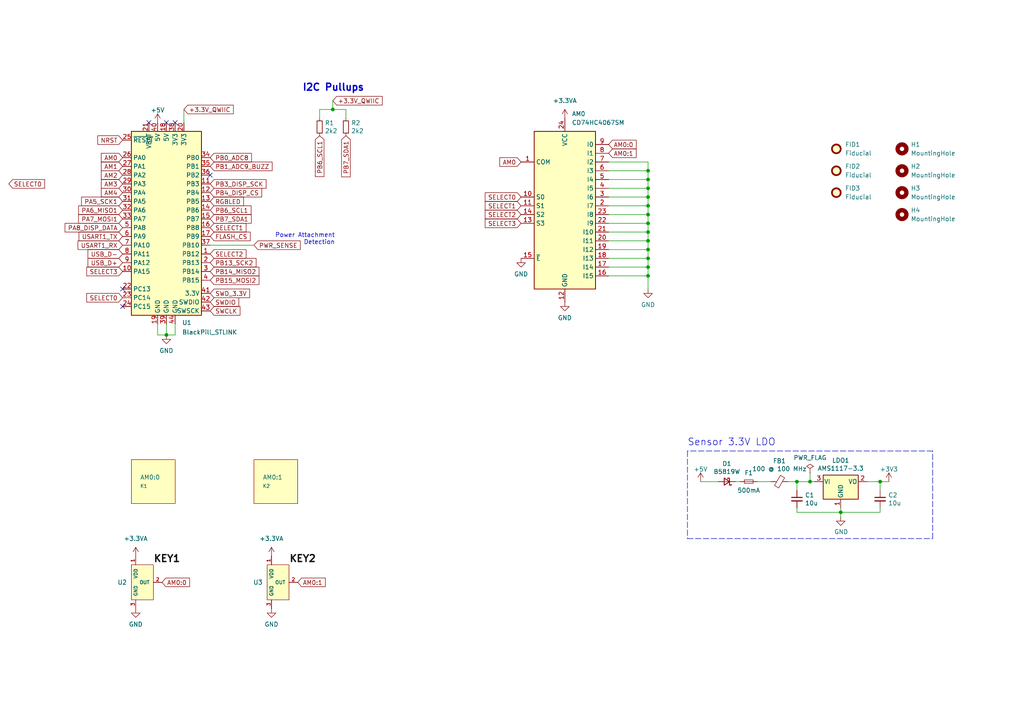
<source format=kicad_sch>
(kicad_sch (version 20211123) (generator eeschema)

  (uuid 388f6758-50dc-4807-a5be-b112973ad1a5)

  (paper "A4")

  (lib_symbols
    (symbol "49e:Hall_Sensor" (pin_names (offset 1.016)) (in_bom yes) (on_board yes)
      (property "Reference" "U?" (id 0) (at -4.5212 0.9652 0)
        (effects (font (size 1.27 1.27)) (justify right))
      )
      (property "Value" "Hall_Sensor" (id 1) (at -4.5212 -1.143 0)
        (effects (font (size 0.9906 0.9906)) (justify right) hide)
      )
      (property "Footprint" "Package_TO_SOT_SMD:SOT-23" (id 2) (at -1.27 6.35 0)
        (effects (font (size 1.27 1.27)) hide)
      )
      (property "Datasheet" "" (id 3) (at 0 0 0)
        (effects (font (size 1.27 1.27)) hide)
      )
      (property "LCSC Part" "C266230" (id 4) (at 8.89 -6.35 0)
        (effects (font (size 1.27 1.27)) hide)
      )
      (property "MPN" "GH39FKSW" (id 5) (at 8.89 -3.81 0)
        (effects (font (size 1.27 1.27)) hide)
      )
      (property "Notes" "Alternate part: OH49E-S (C85573)" (id 6) (at 17.78 -8.89 0)
        (effects (font (size 1.27 1.27)) hide)
      )
      (property "ki_keywords" "linear analog hall effect magnetic" (id 7) (at 0 0 0)
        (effects (font (size 1.27 1.27)) hide)
      )
      (property "ki_description" "3-pin Linear Hall Effect Sensor" (id 8) (at 0 0 0)
        (effects (font (size 1.27 1.27)) hide)
      )
      (symbol "Hall_Sensor_0_1"
        (rectangle (start -3.81 5.08) (end 2.54 -5.08)
          (stroke (width 0) (type default) (color 0 0 0 0))
          (fill (type background))
        )
      )
      (symbol "Hall_Sensor_1_1"
        (pin power_in line (at -2.54 7.62 270) (length 2.54)
          (name "VDD" (effects (font (size 0.9906 0.9906))))
          (number "1" (effects (font (size 0.9906 0.9906))))
        )
        (pin output line (at 5.08 0 180) (length 2.54)
          (name "OUT" (effects (font (size 0.9906 0.9906))))
          (number "2" (effects (font (size 0.9906 0.9906))))
        )
        (pin power_in line (at -2.54 -7.62 90) (length 2.54)
          (name "GND" (effects (font (size 0.9906 0.9906))))
          (number "3" (effects (font (size 0.9906 0.9906))))
        )
      )
    )
    (symbol "74xx:CD74HC4067SM" (in_bom yes) (on_board yes)
      (property "Reference" "U" (id 0) (at -8.89 22.86 0)
        (effects (font (size 1.27 1.27)) (justify left))
      )
      (property "Value" "CD74HC4067SM" (id 1) (at 1.27 22.86 0)
        (effects (font (size 1.27 1.27)) (justify left))
      )
      (property "Footprint" "Package_SO:SSOP-24_5.3x8.2mm_P0.65mm" (id 2) (at 26.67 -25.4 0)
        (effects (font (size 1.27 1.27) italic) hide)
      )
      (property "Datasheet" "http://www.ti.com/lit/ds/symlink/cd74hc4067.pdf" (id 3) (at -8.89 21.59 0)
        (effects (font (size 1.27 1.27)) hide)
      )
      (property "ki_keywords" "multiplexer demultiplexer mux demux" (id 4) (at 0 0 0)
        (effects (font (size 1.27 1.27)) hide)
      )
      (property "ki_description" "High-Speed CMOS Logic 16-Channel Analog Multiplexer/Demultiplexer, SSOP-24" (id 5) (at 0 0 0)
        (effects (font (size 1.27 1.27)) hide)
      )
      (property "ki_fp_filters" "SSOP*5.3x8.2mm*P0.65mm*" (id 6) (at 0 0 0)
        (effects (font (size 1.27 1.27)) hide)
      )
      (symbol "CD74HC4067SM_0_1"
        (rectangle (start -8.89 21.59) (end 8.89 -24.13)
          (stroke (width 0.254) (type default) (color 0 0 0 0))
          (fill (type background))
        )
      )
      (symbol "CD74HC4067SM_1_1"
        (pin passive line (at -12.7 12.7 0) (length 3.81)
          (name "COM" (effects (font (size 1.27 1.27))))
          (number "1" (effects (font (size 1.27 1.27))))
        )
        (pin input line (at -12.7 2.54 0) (length 3.81)
          (name "S0" (effects (font (size 1.27 1.27))))
          (number "10" (effects (font (size 1.27 1.27))))
        )
        (pin input line (at -12.7 0 0) (length 3.81)
          (name "S1" (effects (font (size 1.27 1.27))))
          (number "11" (effects (font (size 1.27 1.27))))
        )
        (pin power_in line (at 0 -27.94 90) (length 3.81)
          (name "GND" (effects (font (size 1.27 1.27))))
          (number "12" (effects (font (size 1.27 1.27))))
        )
        (pin input line (at -12.7 -5.08 0) (length 3.81)
          (name "S3" (effects (font (size 1.27 1.27))))
          (number "13" (effects (font (size 1.27 1.27))))
        )
        (pin input line (at -12.7 -2.54 0) (length 3.81)
          (name "S2" (effects (font (size 1.27 1.27))))
          (number "14" (effects (font (size 1.27 1.27))))
        )
        (pin input line (at -12.7 -15.24 0) (length 3.81)
          (name "~{E}" (effects (font (size 1.27 1.27))))
          (number "15" (effects (font (size 1.27 1.27))))
        )
        (pin passive line (at 12.7 -20.32 180) (length 3.81)
          (name "I15" (effects (font (size 1.27 1.27))))
          (number "16" (effects (font (size 1.27 1.27))))
        )
        (pin passive line (at 12.7 -17.78 180) (length 3.81)
          (name "I14" (effects (font (size 1.27 1.27))))
          (number "17" (effects (font (size 1.27 1.27))))
        )
        (pin passive line (at 12.7 -15.24 180) (length 3.81)
          (name "I13" (effects (font (size 1.27 1.27))))
          (number "18" (effects (font (size 1.27 1.27))))
        )
        (pin passive line (at 12.7 -12.7 180) (length 3.81)
          (name "I12" (effects (font (size 1.27 1.27))))
          (number "19" (effects (font (size 1.27 1.27))))
        )
        (pin passive line (at 12.7 0 180) (length 3.81)
          (name "I7" (effects (font (size 1.27 1.27))))
          (number "2" (effects (font (size 1.27 1.27))))
        )
        (pin passive line (at 12.7 -10.16 180) (length 3.81)
          (name "I11" (effects (font (size 1.27 1.27))))
          (number "20" (effects (font (size 1.27 1.27))))
        )
        (pin passive line (at 12.7 -7.62 180) (length 3.81)
          (name "I10" (effects (font (size 1.27 1.27))))
          (number "21" (effects (font (size 1.27 1.27))))
        )
        (pin passive line (at 12.7 -5.08 180) (length 3.81)
          (name "I9" (effects (font (size 1.27 1.27))))
          (number "22" (effects (font (size 1.27 1.27))))
        )
        (pin passive line (at 12.7 -2.54 180) (length 3.81)
          (name "I8" (effects (font (size 1.27 1.27))))
          (number "23" (effects (font (size 1.27 1.27))))
        )
        (pin power_in line (at 0 25.4 270) (length 3.81)
          (name "VCC" (effects (font (size 1.27 1.27))))
          (number "24" (effects (font (size 1.27 1.27))))
        )
        (pin passive line (at 12.7 2.54 180) (length 3.81)
          (name "I6" (effects (font (size 1.27 1.27))))
          (number "3" (effects (font (size 1.27 1.27))))
        )
        (pin passive line (at 12.7 5.08 180) (length 3.81)
          (name "I5" (effects (font (size 1.27 1.27))))
          (number "4" (effects (font (size 1.27 1.27))))
        )
        (pin passive line (at 12.7 7.62 180) (length 3.81)
          (name "I4" (effects (font (size 1.27 1.27))))
          (number "5" (effects (font (size 1.27 1.27))))
        )
        (pin passive line (at 12.7 10.16 180) (length 3.81)
          (name "I3" (effects (font (size 1.27 1.27))))
          (number "6" (effects (font (size 1.27 1.27))))
        )
        (pin passive line (at 12.7 12.7 180) (length 3.81)
          (name "I2" (effects (font (size 1.27 1.27))))
          (number "7" (effects (font (size 1.27 1.27))))
        )
        (pin passive line (at 12.7 15.24 180) (length 3.81)
          (name "I1" (effects (font (size 1.27 1.27))))
          (number "8" (effects (font (size 1.27 1.27))))
        )
        (pin passive line (at 12.7 17.78 180) (length 3.81)
          (name "I0" (effects (font (size 1.27 1.27))))
          (number "9" (effects (font (size 1.27 1.27))))
        )
      )
    )
    (symbol "Device:C_Small" (pin_numbers hide) (pin_names (offset 0.254) hide) (in_bom yes) (on_board yes)
      (property "Reference" "C" (id 0) (at 0.254 1.778 0)
        (effects (font (size 1.27 1.27)) (justify left))
      )
      (property "Value" "C_Small" (id 1) (at 0.254 -2.032 0)
        (effects (font (size 1.27 1.27)) (justify left))
      )
      (property "Footprint" "" (id 2) (at 0 0 0)
        (effects (font (size 1.27 1.27)) hide)
      )
      (property "Datasheet" "~" (id 3) (at 0 0 0)
        (effects (font (size 1.27 1.27)) hide)
      )
      (property "ki_keywords" "capacitor cap" (id 4) (at 0 0 0)
        (effects (font (size 1.27 1.27)) hide)
      )
      (property "ki_description" "Unpolarized capacitor, small symbol" (id 5) (at 0 0 0)
        (effects (font (size 1.27 1.27)) hide)
      )
      (property "ki_fp_filters" "C_*" (id 6) (at 0 0 0)
        (effects (font (size 1.27 1.27)) hide)
      )
      (symbol "C_Small_0_1"
        (polyline
          (pts
            (xy -1.524 -0.508)
            (xy 1.524 -0.508)
          )
          (stroke (width 0.3302) (type default) (color 0 0 0 0))
          (fill (type none))
        )
        (polyline
          (pts
            (xy -1.524 0.508)
            (xy 1.524 0.508)
          )
          (stroke (width 0.3048) (type default) (color 0 0 0 0))
          (fill (type none))
        )
      )
      (symbol "C_Small_1_1"
        (pin passive line (at 0 2.54 270) (length 2.032)
          (name "~" (effects (font (size 1.27 1.27))))
          (number "1" (effects (font (size 1.27 1.27))))
        )
        (pin passive line (at 0 -2.54 90) (length 2.032)
          (name "~" (effects (font (size 1.27 1.27))))
          (number "2" (effects (font (size 1.27 1.27))))
        )
      )
    )
    (symbol "Device:D_Schottky_Small" (pin_numbers hide) (pin_names (offset 0.254) hide) (in_bom yes) (on_board yes)
      (property "Reference" "D" (id 0) (at -1.27 2.032 0)
        (effects (font (size 1.27 1.27)) (justify left))
      )
      (property "Value" "D_Schottky_Small" (id 1) (at -7.112 -2.032 0)
        (effects (font (size 1.27 1.27)) (justify left))
      )
      (property "Footprint" "" (id 2) (at 0 0 90)
        (effects (font (size 1.27 1.27)) hide)
      )
      (property "Datasheet" "~" (id 3) (at 0 0 90)
        (effects (font (size 1.27 1.27)) hide)
      )
      (property "ki_keywords" "diode Schottky" (id 4) (at 0 0 0)
        (effects (font (size 1.27 1.27)) hide)
      )
      (property "ki_description" "Schottky diode, small symbol" (id 5) (at 0 0 0)
        (effects (font (size 1.27 1.27)) hide)
      )
      (property "ki_fp_filters" "TO-???* *_Diode_* *SingleDiode* D_*" (id 6) (at 0 0 0)
        (effects (font (size 1.27 1.27)) hide)
      )
      (symbol "D_Schottky_Small_0_1"
        (polyline
          (pts
            (xy -0.762 0)
            (xy 0.762 0)
          )
          (stroke (width 0) (type default) (color 0 0 0 0))
          (fill (type none))
        )
        (polyline
          (pts
            (xy 0.762 -1.016)
            (xy -0.762 0)
            (xy 0.762 1.016)
            (xy 0.762 -1.016)
          )
          (stroke (width 0.254) (type default) (color 0 0 0 0))
          (fill (type none))
        )
        (polyline
          (pts
            (xy -1.27 0.762)
            (xy -1.27 1.016)
            (xy -0.762 1.016)
            (xy -0.762 -1.016)
            (xy -0.254 -1.016)
            (xy -0.254 -0.762)
          )
          (stroke (width 0.254) (type default) (color 0 0 0 0))
          (fill (type none))
        )
      )
      (symbol "D_Schottky_Small_1_1"
        (pin passive line (at -2.54 0 0) (length 1.778)
          (name "K" (effects (font (size 1.27 1.27))))
          (number "1" (effects (font (size 1.27 1.27))))
        )
        (pin passive line (at 2.54 0 180) (length 1.778)
          (name "A" (effects (font (size 1.27 1.27))))
          (number "2" (effects (font (size 1.27 1.27))))
        )
      )
    )
    (symbol "Device:Ferrite_Bead_Small" (pin_numbers hide) (pin_names (offset 0)) (in_bom yes) (on_board yes)
      (property "Reference" "FB" (id 0) (at 1.905 1.27 0)
        (effects (font (size 1.27 1.27)) (justify left))
      )
      (property "Value" "Device_Ferrite_Bead_Small" (id 1) (at 1.905 -1.27 0)
        (effects (font (size 1.27 1.27)) (justify left))
      )
      (property "Footprint" "" (id 2) (at -1.778 0 90)
        (effects (font (size 1.27 1.27)) hide)
      )
      (property "Datasheet" "" (id 3) (at 0 0 0)
        (effects (font (size 1.27 1.27)) hide)
      )
      (property "ki_fp_filters" "Inductor_* L_* *Ferrite*" (id 4) (at 0 0 0)
        (effects (font (size 1.27 1.27)) hide)
      )
      (symbol "Ferrite_Bead_Small_0_1"
        (polyline
          (pts
            (xy 0 -1.27)
            (xy 0 -0.7874)
          )
          (stroke (width 0) (type default) (color 0 0 0 0))
          (fill (type none))
        )
        (polyline
          (pts
            (xy 0 0.889)
            (xy 0 1.2954)
          )
          (stroke (width 0) (type default) (color 0 0 0 0))
          (fill (type none))
        )
        (polyline
          (pts
            (xy -1.8288 0.2794)
            (xy -1.1176 1.4986)
            (xy 1.8288 -0.2032)
            (xy 1.1176 -1.4224)
            (xy -1.8288 0.2794)
          )
          (stroke (width 0) (type default) (color 0 0 0 0))
          (fill (type none))
        )
      )
      (symbol "Ferrite_Bead_Small_1_1"
        (pin passive line (at 0 2.54 270) (length 1.27)
          (name "~" (effects (font (size 1.27 1.27))))
          (number "1" (effects (font (size 1.27 1.27))))
        )
        (pin passive line (at 0 -2.54 90) (length 1.27)
          (name "~" (effects (font (size 1.27 1.27))))
          (number "2" (effects (font (size 1.27 1.27))))
        )
      )
    )
    (symbol "Device:Fuse_Small" (pin_numbers hide) (pin_names (offset 0.254) hide) (in_bom yes) (on_board yes)
      (property "Reference" "F" (id 0) (at 0 -1.524 0)
        (effects (font (size 1.27 1.27)))
      )
      (property "Value" "Fuse_Small" (id 1) (at 0 1.524 0)
        (effects (font (size 1.27 1.27)))
      )
      (property "Footprint" "" (id 2) (at 0 0 0)
        (effects (font (size 1.27 1.27)) hide)
      )
      (property "Datasheet" "~" (id 3) (at 0 0 0)
        (effects (font (size 1.27 1.27)) hide)
      )
      (property "ki_keywords" "fuse" (id 4) (at 0 0 0)
        (effects (font (size 1.27 1.27)) hide)
      )
      (property "ki_description" "Fuse, small symbol" (id 5) (at 0 0 0)
        (effects (font (size 1.27 1.27)) hide)
      )
      (property "ki_fp_filters" "SM*" (id 6) (at 0 0 0)
        (effects (font (size 1.27 1.27)) hide)
      )
      (symbol "Fuse_Small_0_1"
        (rectangle (start -1.27 0.508) (end 1.27 -0.508)
          (stroke (width 0) (type default) (color 0 0 0 0))
          (fill (type none))
        )
        (polyline
          (pts
            (xy -1.27 0)
            (xy 1.27 0)
          )
          (stroke (width 0) (type default) (color 0 0 0 0))
          (fill (type none))
        )
      )
      (symbol "Fuse_Small_1_1"
        (pin passive line (at -2.54 0 0) (length 1.27)
          (name "~" (effects (font (size 1.27 1.27))))
          (number "1" (effects (font (size 1.27 1.27))))
        )
        (pin passive line (at 2.54 0 180) (length 1.27)
          (name "~" (effects (font (size 1.27 1.27))))
          (number "2" (effects (font (size 1.27 1.27))))
        )
      )
    )
    (symbol "Device:R_Small" (pin_numbers hide) (pin_names (offset 0.254) hide) (in_bom yes) (on_board yes)
      (property "Reference" "R" (id 0) (at 0.762 0.508 0)
        (effects (font (size 1.27 1.27)) (justify left))
      )
      (property "Value" "R_Small" (id 1) (at 0.762 -1.016 0)
        (effects (font (size 1.27 1.27)) (justify left))
      )
      (property "Footprint" "" (id 2) (at 0 0 0)
        (effects (font (size 1.27 1.27)) hide)
      )
      (property "Datasheet" "~" (id 3) (at 0 0 0)
        (effects (font (size 1.27 1.27)) hide)
      )
      (property "ki_keywords" "R resistor" (id 4) (at 0 0 0)
        (effects (font (size 1.27 1.27)) hide)
      )
      (property "ki_description" "Resistor, small symbol" (id 5) (at 0 0 0)
        (effects (font (size 1.27 1.27)) hide)
      )
      (property "ki_fp_filters" "R_*" (id 6) (at 0 0 0)
        (effects (font (size 1.27 1.27)) hide)
      )
      (symbol "R_Small_0_1"
        (rectangle (start -0.762 1.778) (end 0.762 -1.778)
          (stroke (width 0.2032) (type default) (color 0 0 0 0))
          (fill (type none))
        )
      )
      (symbol "R_Small_1_1"
        (pin passive line (at 0 2.54 270) (length 0.762)
          (name "~" (effects (font (size 1.27 1.27))))
          (number "1" (effects (font (size 1.27 1.27))))
        )
        (pin passive line (at 0 -2.54 90) (length 0.762)
          (name "~" (effects (font (size 1.27 1.27))))
          (number "2" (effects (font (size 1.27 1.27))))
        )
      )
    )
    (symbol "Mechanical:Fiducial" (in_bom yes) (on_board yes)
      (property "Reference" "FID" (id 0) (at 0 5.08 0)
        (effects (font (size 1.27 1.27)))
      )
      (property "Value" "Fiducial" (id 1) (at 0 3.175 0)
        (effects (font (size 1.27 1.27)))
      )
      (property "Footprint" "" (id 2) (at 0 0 0)
        (effects (font (size 1.27 1.27)) hide)
      )
      (property "Datasheet" "~" (id 3) (at 0 0 0)
        (effects (font (size 1.27 1.27)) hide)
      )
      (property "ki_keywords" "fiducial marker" (id 4) (at 0 0 0)
        (effects (font (size 1.27 1.27)) hide)
      )
      (property "ki_description" "Fiducial Marker" (id 5) (at 0 0 0)
        (effects (font (size 1.27 1.27)) hide)
      )
      (property "ki_fp_filters" "Fiducial*" (id 6) (at 0 0 0)
        (effects (font (size 1.27 1.27)) hide)
      )
      (symbol "Fiducial_0_1"
        (circle (center 0 0) (radius 1.27)
          (stroke (width 0.508) (type default) (color 0 0 0 0))
          (fill (type background))
        )
      )
    )
    (symbol "Mechanical:MountingHole" (pin_names (offset 1.016)) (in_bom yes) (on_board yes)
      (property "Reference" "H" (id 0) (at 0 5.08 0)
        (effects (font (size 1.27 1.27)))
      )
      (property "Value" "MountingHole" (id 1) (at 0 3.175 0)
        (effects (font (size 1.27 1.27)))
      )
      (property "Footprint" "" (id 2) (at 0 0 0)
        (effects (font (size 1.27 1.27)) hide)
      )
      (property "Datasheet" "~" (id 3) (at 0 0 0)
        (effects (font (size 1.27 1.27)) hide)
      )
      (property "ki_keywords" "mounting hole" (id 4) (at 0 0 0)
        (effects (font (size 1.27 1.27)) hide)
      )
      (property "ki_description" "Mounting Hole without connection" (id 5) (at 0 0 0)
        (effects (font (size 1.27 1.27)) hide)
      )
      (property "ki_fp_filters" "MountingHole*" (id 6) (at 0 0 0)
        (effects (font (size 1.27 1.27)) hide)
      )
      (symbol "MountingHole_0_1"
        (circle (center 0 0) (radius 1.27)
          (stroke (width 1.27) (type default) (color 0 0 0 0))
          (fill (type none))
        )
      )
    )
    (symbol "Regulator_Linear:AMS1117-3.3" (pin_names (offset 0.254)) (in_bom yes) (on_board yes)
      (property "Reference" "U" (id 0) (at -3.81 3.175 0)
        (effects (font (size 1.27 1.27)))
      )
      (property "Value" "AMS1117-3.3" (id 1) (at 0 3.175 0)
        (effects (font (size 1.27 1.27)) (justify left))
      )
      (property "Footprint" "Package_TO_SOT_SMD:SOT-223-3_TabPin2" (id 2) (at 0 5.08 0)
        (effects (font (size 1.27 1.27)) hide)
      )
      (property "Datasheet" "http://www.advanced-monolithic.com/pdf/ds1117.pdf" (id 3) (at 2.54 -6.35 0)
        (effects (font (size 1.27 1.27)) hide)
      )
      (property "ki_keywords" "linear regulator ldo fixed positive" (id 4) (at 0 0 0)
        (effects (font (size 1.27 1.27)) hide)
      )
      (property "ki_description" "1A Low Dropout regulator, positive, 3.3V fixed output, SOT-223" (id 5) (at 0 0 0)
        (effects (font (size 1.27 1.27)) hide)
      )
      (property "ki_fp_filters" "SOT?223*TabPin2*" (id 6) (at 0 0 0)
        (effects (font (size 1.27 1.27)) hide)
      )
      (symbol "AMS1117-3.3_0_1"
        (rectangle (start -5.08 -5.08) (end 5.08 1.905)
          (stroke (width 0.254) (type default) (color 0 0 0 0))
          (fill (type background))
        )
      )
      (symbol "AMS1117-3.3_1_1"
        (pin power_in line (at 0 -7.62 90) (length 2.54)
          (name "GND" (effects (font (size 1.27 1.27))))
          (number "1" (effects (font (size 1.27 1.27))))
        )
        (pin power_out line (at 7.62 0 180) (length 2.54)
          (name "VO" (effects (font (size 1.27 1.27))))
          (number "2" (effects (font (size 1.27 1.27))))
        )
        (pin power_in line (at -7.62 0 0) (length 2.54)
          (name "VI" (effects (font (size 1.27 1.27))))
          (number "3" (effects (font (size 1.27 1.27))))
        )
      )
    )
    (symbol "blackpill_stlink:BlackPill_STLINK" (in_bom yes) (on_board yes)
      (property "Reference" "U6" (id 0) (at 4.5594 -27.5495 0)
        (effects (font (size 1.27 1.27)) (justify left))
      )
      (property "Value" "BlackPill_STLINK" (id 1) (at 4.5594 -30.3246 0)
        (effects (font (size 1.27 1.27)) (justify left))
      )
      (property "Footprint" "blackpill:BlackPill_STLINK" (id 2) (at 43.18 -1.27 0)
        (effects (font (size 1.27 1.27)) hide)
      )
      (property "Datasheet" "" (id 3) (at 43.18 -1.27 0)
        (effects (font (size 1.27 1.27)) hide)
      )
      (property "ki_keywords" "stm32 stm32f4 stm32f401 stm32f411 blackpill" (id 4) (at 0 0 0)
        (effects (font (size 1.27 1.27)) hide)
      )
      (property "ki_description" "STM32F4-based \"Black Pill\" micro-controller development board" (id 5) (at 0 0 0)
        (effects (font (size 1.27 1.27)) hide)
      )
      (symbol "BlackPill_STLINK_0_1"
        (rectangle (start -10.16 27.94) (end 10.16 -25.4)
          (stroke (width 0.254) (type default) (color 0 0 0 0))
          (fill (type background))
        )
      )
      (symbol "BlackPill_STLINK_1_1"
        (pin bidirectional line (at 12.7 -7.62 180) (length 2.54)
          (name "PB12" (effects (font (size 1.27 1.27))))
          (number "1" (effects (font (size 1.27 1.27))))
        )
        (pin bidirectional line (at -12.7 -12.7 0) (length 2.54)
          (name "PA15" (effects (font (size 1.27 1.27))))
          (number "10" (effects (font (size 1.27 1.27))))
        )
        (pin bidirectional line (at 12.7 12.7 180) (length 2.54)
          (name "PB3" (effects (font (size 1.27 1.27))))
          (number "11" (effects (font (size 1.27 1.27))))
        )
        (pin bidirectional line (at 12.7 10.16 180) (length 2.54)
          (name "PB4" (effects (font (size 1.27 1.27))))
          (number "12" (effects (font (size 1.27 1.27))))
        )
        (pin bidirectional line (at 12.7 7.62 180) (length 2.54)
          (name "PB5" (effects (font (size 1.27 1.27))))
          (number "13" (effects (font (size 1.27 1.27))))
        )
        (pin bidirectional line (at 12.7 5.08 180) (length 2.54)
          (name "PB6" (effects (font (size 1.27 1.27))))
          (number "14" (effects (font (size 1.27 1.27))))
        )
        (pin bidirectional line (at 12.7 2.54 180) (length 2.54)
          (name "PB7" (effects (font (size 1.27 1.27))))
          (number "15" (effects (font (size 1.27 1.27))))
        )
        (pin bidirectional line (at 12.7 0 180) (length 2.54)
          (name "PB8" (effects (font (size 1.27 1.27))))
          (number "16" (effects (font (size 1.27 1.27))))
        )
        (pin bidirectional line (at 12.7 -2.54 180) (length 2.54)
          (name "PB9" (effects (font (size 1.27 1.27))))
          (number "17" (effects (font (size 1.27 1.27))))
        )
        (pin power_in line (at 0 30.48 270) (length 2.54)
          (name "5V" (effects (font (size 1.27 1.27))))
          (number "18" (effects (font (size 1.27 1.27))))
        )
        (pin power_in line (at -2.54 -27.94 90) (length 2.54)
          (name "GND" (effects (font (size 1.27 1.27))))
          (number "19" (effects (font (size 1.27 1.27))))
        )
        (pin bidirectional line (at 12.7 -10.16 180) (length 2.54)
          (name "PB13" (effects (font (size 1.27 1.27))))
          (number "2" (effects (font (size 1.27 1.27))))
        )
        (pin power_out line (at 5.08 30.48 270) (length 2.54)
          (name "3V3" (effects (font (size 1.27 1.27))))
          (number "20" (effects (font (size 1.27 1.27))))
        )
        (pin power_in line (at -5.08 30.48 270) (length 2.54)
          (name "VBAT" (effects (font (size 1.27 1.27))))
          (number "21" (effects (font (size 1.27 1.27))))
        )
        (pin bidirectional line (at -12.7 -17.78 0) (length 2.54)
          (name "PC13" (effects (font (size 1.27 1.27))))
          (number "22" (effects (font (size 1.27 1.27))))
        )
        (pin bidirectional line (at -12.7 -20.32 0) (length 2.54)
          (name "PC14" (effects (font (size 1.27 1.27))))
          (number "23" (effects (font (size 1.27 1.27))))
        )
        (pin bidirectional line (at -12.7 -22.86 0) (length 2.54)
          (name "PC15" (effects (font (size 1.27 1.27))))
          (number "24" (effects (font (size 1.27 1.27))))
        )
        (pin input line (at -12.7 25.4 0) (length 2.54)
          (name "~{RESET}" (effects (font (size 1.27 1.27))))
          (number "25" (effects (font (size 1.27 1.27))))
        )
        (pin bidirectional line (at -12.7 20.32 0) (length 2.54)
          (name "PA0" (effects (font (size 1.27 1.27))))
          (number "26" (effects (font (size 1.27 1.27))))
        )
        (pin bidirectional line (at -12.7 17.78 0) (length 2.54)
          (name "PA1" (effects (font (size 1.27 1.27))))
          (number "27" (effects (font (size 1.27 1.27))))
        )
        (pin bidirectional line (at -12.7 15.24 0) (length 2.54)
          (name "PA2" (effects (font (size 1.27 1.27))))
          (number "28" (effects (font (size 1.27 1.27))))
        )
        (pin bidirectional line (at -12.7 12.7 0) (length 2.54)
          (name "PA3" (effects (font (size 1.27 1.27))))
          (number "29" (effects (font (size 1.27 1.27))))
        )
        (pin bidirectional line (at 12.7 -12.7 180) (length 2.54)
          (name "PB14" (effects (font (size 1.27 1.27))))
          (number "3" (effects (font (size 1.27 1.27))))
        )
        (pin bidirectional line (at -12.7 10.16 0) (length 2.54)
          (name "PA4" (effects (font (size 1.27 1.27))))
          (number "30" (effects (font (size 1.27 1.27))))
        )
        (pin bidirectional line (at -12.7 7.62 0) (length 2.54)
          (name "PA5" (effects (font (size 1.27 1.27))))
          (number "31" (effects (font (size 1.27 1.27))))
        )
        (pin bidirectional line (at -12.7 5.08 0) (length 2.54)
          (name "PA6" (effects (font (size 1.27 1.27))))
          (number "32" (effects (font (size 1.27 1.27))))
        )
        (pin bidirectional line (at -12.7 2.54 0) (length 2.54)
          (name "PA7" (effects (font (size 1.27 1.27))))
          (number "33" (effects (font (size 1.27 1.27))))
        )
        (pin bidirectional line (at 12.7 20.32 180) (length 2.54)
          (name "PB0" (effects (font (size 1.27 1.27))))
          (number "34" (effects (font (size 1.27 1.27))))
        )
        (pin bidirectional line (at 12.7 17.78 180) (length 2.54)
          (name "PB1" (effects (font (size 1.27 1.27))))
          (number "35" (effects (font (size 1.27 1.27))))
        )
        (pin bidirectional line (at 12.7 15.24 180) (length 2.54)
          (name "PB2" (effects (font (size 1.27 1.27))))
          (number "36" (effects (font (size 1.27 1.27))))
        )
        (pin bidirectional line (at 12.7 -5.08 180) (length 2.54)
          (name "PB10" (effects (font (size 1.27 1.27))))
          (number "37" (effects (font (size 1.27 1.27))))
        )
        (pin power_out line (at 2.54 30.48 270) (length 2.54)
          (name "3V3" (effects (font (size 1.27 1.27))))
          (number "38" (effects (font (size 1.27 1.27))))
        )
        (pin power_in line (at 0 -27.94 90) (length 2.54)
          (name "GND" (effects (font (size 1.27 1.27))))
          (number "39" (effects (font (size 1.27 1.27))))
        )
        (pin bidirectional line (at 12.7 -15.24 180) (length 2.54)
          (name "PB15" (effects (font (size 1.27 1.27))))
          (number "4" (effects (font (size 1.27 1.27))))
        )
        (pin passive line (at -2.54 30.48 270) (length 2.54)
          (name "5V" (effects (font (size 1.27 1.27))))
          (number "40" (effects (font (size 1.27 1.27))))
        )
        (pin power_out line (at 12.7 -19.05 180) (length 2.54)
          (name "3.3V" (effects (font (size 1.27 1.27))))
          (number "41" (effects (font (size 1.27 1.27))))
        )
        (pin bidirectional line (at 12.7 -21.59 180) (length 2.54)
          (name "SWDIO" (effects (font (size 1.27 1.27))))
          (number "42" (effects (font (size 1.27 1.27))))
        )
        (pin bidirectional line (at 12.7 -24.13 180) (length 2.54)
          (name "SWSCK" (effects (font (size 1.27 1.27))))
          (number "43" (effects (font (size 1.27 1.27))))
        )
        (pin power_in line (at 2.54 -27.94 90) (length 2.54)
          (name "GND" (effects (font (size 1.27 1.27))))
          (number "44" (effects (font (size 1.27 1.27))))
        )
        (pin bidirectional line (at -12.7 0 0) (length 2.54)
          (name "PA8" (effects (font (size 1.27 1.27))))
          (number "5" (effects (font (size 1.27 1.27))))
        )
        (pin bidirectional line (at -12.7 -2.54 0) (length 2.54)
          (name "PA9" (effects (font (size 1.27 1.27))))
          (number "6" (effects (font (size 1.27 1.27))))
        )
        (pin bidirectional line (at -12.7 -5.08 0) (length 2.54)
          (name "PA10" (effects (font (size 1.27 1.27))))
          (number "7" (effects (font (size 1.27 1.27))))
        )
        (pin bidirectional line (at -12.7 -7.62 0) (length 2.54)
          (name "PA11" (effects (font (size 1.27 1.27))))
          (number "8" (effects (font (size 1.27 1.27))))
        )
        (pin bidirectional line (at -12.7 -10.16 0) (length 2.54)
          (name "PA12" (effects (font (size 1.27 1.27))))
          (number "9" (effects (font (size 1.27 1.27))))
        )
      )
    )
    (symbol "power:+3.3V" (power) (pin_names (offset 0)) (in_bom yes) (on_board yes)
      (property "Reference" "#PWR" (id 0) (at 0 -3.81 0)
        (effects (font (size 1.27 1.27)) hide)
      )
      (property "Value" "+3.3V" (id 1) (at 0 3.556 0)
        (effects (font (size 1.27 1.27)))
      )
      (property "Footprint" "" (id 2) (at 0 0 0)
        (effects (font (size 1.27 1.27)) hide)
      )
      (property "Datasheet" "" (id 3) (at 0 0 0)
        (effects (font (size 1.27 1.27)) hide)
      )
      (property "ki_keywords" "power-flag" (id 4) (at 0 0 0)
        (effects (font (size 1.27 1.27)) hide)
      )
      (property "ki_description" "Power symbol creates a global label with name \"+3.3V\"" (id 5) (at 0 0 0)
        (effects (font (size 1.27 1.27)) hide)
      )
      (symbol "+3.3V_0_1"
        (polyline
          (pts
            (xy -0.762 1.27)
            (xy 0 2.54)
          )
          (stroke (width 0) (type default) (color 0 0 0 0))
          (fill (type none))
        )
        (polyline
          (pts
            (xy 0 0)
            (xy 0 2.54)
          )
          (stroke (width 0) (type default) (color 0 0 0 0))
          (fill (type none))
        )
        (polyline
          (pts
            (xy 0 2.54)
            (xy 0.762 1.27)
          )
          (stroke (width 0) (type default) (color 0 0 0 0))
          (fill (type none))
        )
      )
      (symbol "+3.3V_1_1"
        (pin power_in line (at 0 0 90) (length 0) hide
          (name "+3V3" (effects (font (size 1.27 1.27))))
          (number "1" (effects (font (size 1.27 1.27))))
        )
      )
    )
    (symbol "power:+3.3VA" (power) (pin_names (offset 0)) (in_bom yes) (on_board yes)
      (property "Reference" "#PWR" (id 0) (at 0 -3.81 0)
        (effects (font (size 1.27 1.27)) hide)
      )
      (property "Value" "+3.3VA" (id 1) (at 0 3.556 0)
        (effects (font (size 1.27 1.27)))
      )
      (property "Footprint" "" (id 2) (at 0 0 0)
        (effects (font (size 1.27 1.27)) hide)
      )
      (property "Datasheet" "" (id 3) (at 0 0 0)
        (effects (font (size 1.27 1.27)) hide)
      )
      (property "ki_keywords" "power-flag" (id 4) (at 0 0 0)
        (effects (font (size 1.27 1.27)) hide)
      )
      (property "ki_description" "Power symbol creates a global label with name \"+3.3VA\"" (id 5) (at 0 0 0)
        (effects (font (size 1.27 1.27)) hide)
      )
      (symbol "+3.3VA_0_1"
        (polyline
          (pts
            (xy -0.762 1.27)
            (xy 0 2.54)
          )
          (stroke (width 0) (type default) (color 0 0 0 0))
          (fill (type none))
        )
        (polyline
          (pts
            (xy 0 0)
            (xy 0 2.54)
          )
          (stroke (width 0) (type default) (color 0 0 0 0))
          (fill (type none))
        )
        (polyline
          (pts
            (xy 0 2.54)
            (xy 0.762 1.27)
          )
          (stroke (width 0) (type default) (color 0 0 0 0))
          (fill (type none))
        )
      )
      (symbol "+3.3VA_1_1"
        (pin power_in line (at 0 0 90) (length 0) hide
          (name "+3.3VA" (effects (font (size 1.27 1.27))))
          (number "1" (effects (font (size 1.27 1.27))))
        )
      )
    )
    (symbol "power:+5V" (power) (pin_names (offset 0)) (in_bom yes) (on_board yes)
      (property "Reference" "#PWR" (id 0) (at 0 -3.81 0)
        (effects (font (size 1.27 1.27)) hide)
      )
      (property "Value" "+5V" (id 1) (at 0 3.556 0)
        (effects (font (size 1.27 1.27)))
      )
      (property "Footprint" "" (id 2) (at 0 0 0)
        (effects (font (size 1.27 1.27)) hide)
      )
      (property "Datasheet" "" (id 3) (at 0 0 0)
        (effects (font (size 1.27 1.27)) hide)
      )
      (property "ki_keywords" "power-flag" (id 4) (at 0 0 0)
        (effects (font (size 1.27 1.27)) hide)
      )
      (property "ki_description" "Power symbol creates a global label with name \"+5V\"" (id 5) (at 0 0 0)
        (effects (font (size 1.27 1.27)) hide)
      )
      (symbol "+5V_0_1"
        (polyline
          (pts
            (xy -0.762 1.27)
            (xy 0 2.54)
          )
          (stroke (width 0) (type default) (color 0 0 0 0))
          (fill (type none))
        )
        (polyline
          (pts
            (xy 0 0)
            (xy 0 2.54)
          )
          (stroke (width 0) (type default) (color 0 0 0 0))
          (fill (type none))
        )
        (polyline
          (pts
            (xy 0 2.54)
            (xy 0.762 1.27)
          )
          (stroke (width 0) (type default) (color 0 0 0 0))
          (fill (type none))
        )
      )
      (symbol "+5V_1_1"
        (pin power_in line (at 0 0 90) (length 0) hide
          (name "+5V" (effects (font (size 1.27 1.27))))
          (number "1" (effects (font (size 1.27 1.27))))
        )
      )
    )
    (symbol "power:GND" (power) (pin_names (offset 0)) (in_bom yes) (on_board yes)
      (property "Reference" "#PWR" (id 0) (at 0 -6.35 0)
        (effects (font (size 1.27 1.27)) hide)
      )
      (property "Value" "GND" (id 1) (at 0 -3.81 0)
        (effects (font (size 1.27 1.27)))
      )
      (property "Footprint" "" (id 2) (at 0 0 0)
        (effects (font (size 1.27 1.27)) hide)
      )
      (property "Datasheet" "" (id 3) (at 0 0 0)
        (effects (font (size 1.27 1.27)) hide)
      )
      (property "ki_keywords" "power-flag" (id 4) (at 0 0 0)
        (effects (font (size 1.27 1.27)) hide)
      )
      (property "ki_description" "Power symbol creates a global label with name \"GND\" , ground" (id 5) (at 0 0 0)
        (effects (font (size 1.27 1.27)) hide)
      )
      (symbol "GND_0_1"
        (polyline
          (pts
            (xy 0 0)
            (xy 0 -1.27)
            (xy 1.27 -1.27)
            (xy 0 -2.54)
            (xy -1.27 -1.27)
            (xy 0 -1.27)
          )
          (stroke (width 0) (type default) (color 0 0 0 0))
          (fill (type none))
        )
      )
      (symbol "GND_1_1"
        (pin power_in line (at 0 0 270) (length 0) hide
          (name "GND" (effects (font (size 1.27 1.27))))
          (number "1" (effects (font (size 1.27 1.27))))
        )
      )
    )
    (symbol "power:PWR_FLAG" (power) (pin_numbers hide) (pin_names (offset 0) hide) (in_bom yes) (on_board yes)
      (property "Reference" "#FLG" (id 0) (at 0 1.905 0)
        (effects (font (size 1.27 1.27)) hide)
      )
      (property "Value" "PWR_FLAG" (id 1) (at 0 3.81 0)
        (effects (font (size 1.27 1.27)))
      )
      (property "Footprint" "" (id 2) (at 0 0 0)
        (effects (font (size 1.27 1.27)) hide)
      )
      (property "Datasheet" "~" (id 3) (at 0 0 0)
        (effects (font (size 1.27 1.27)) hide)
      )
      (property "ki_keywords" "power-flag" (id 4) (at 0 0 0)
        (effects (font (size 1.27 1.27)) hide)
      )
      (property "ki_description" "Special symbol for telling ERC where power comes from" (id 5) (at 0 0 0)
        (effects (font (size 1.27 1.27)) hide)
      )
      (symbol "PWR_FLAG_0_0"
        (pin power_out line (at 0 0 90) (length 0)
          (name "pwr" (effects (font (size 1.27 1.27))))
          (number "1" (effects (font (size 1.27 1.27))))
        )
      )
      (symbol "PWR_FLAG_0_1"
        (polyline
          (pts
            (xy 0 0)
            (xy 0 1.27)
            (xy -1.016 1.905)
            (xy 0 2.54)
            (xy 1.016 1.905)
            (xy 0 1.27)
          )
          (stroke (width 0) (type default) (color 0 0 0 0))
          (fill (type none))
        )
      )
    )
    (symbol "voidswitch:VoidSwitch" (pin_names (offset 1.016)) (in_bom no) (on_board yes)
      (property "Reference" "AM0:0" (id 0) (at 0 -2.54 0)
        (effects (font (size 1.27 1.27)))
      )
      (property "Value" "VoidSwitch" (id 1) (at 0 2.54 0)
        (effects (font (size 0.9906 0.9906)))
      )
      (property "Footprint" "void_switch:VoidSwitch_1u_SMD" (id 2) (at 0 0 0)
        (effects (font (size 1.27 1.27)) hide)
      )
      (property "Datasheet" "" (id 3) (at 0 0 0)
        (effects (font (size 1.27 1.27)) hide)
      )
      (property "NOTE" "Replace \"AM0:0\" with the actual MUX pin" (id 4) (at 0 -7.62 0)
        (effects (font (size 1.27 1.27)) hide)
      )
      (property "ki_keywords" "void switch magnetic key unit" (id 5) (at 0 0 0)
        (effects (font (size 1.27 1.27)) hide)
      )
      (property "ki_description" "Symbol placeholder for the VoidSwitch footprints so they don't accidentally get removed" (id 6) (at 0 0 0)
        (effects (font (size 1.27 1.27)) hide)
      )
      (symbol "VoidSwitch_0_1"
        (rectangle (start -6.35 6.35) (end 6.35 -6.35)
          (stroke (width 0) (type default) (color 0 0 0 0))
          (fill (type background))
        )
      )
    )
  )

  (junction (at 255.27 139.7) (diameter 0) (color 0 0 0 0)
    (uuid 13f2f5bb-4e3a-4b2a-804e-cede771f5ad9)
  )
  (junction (at 231.14 139.7) (diameter 0) (color 0 0 0 0)
    (uuid 1987dca3-2ad4-48b2-902d-37ee7cd179bb)
  )
  (junction (at 187.96 59.69) (diameter 0) (color 0 0 0 0)
    (uuid 24e20c4b-f5c9-4793-a24d-ad28a86b02e5)
  )
  (junction (at 187.96 74.93) (diameter 0) (color 0 0 0 0)
    (uuid 425d3bc3-9750-44db-817f-b5537093fbe3)
  )
  (junction (at 187.96 77.47) (diameter 0) (color 0 0 0 0)
    (uuid 485b7d3a-171f-4978-89ea-0773e51cac2b)
  )
  (junction (at 187.96 52.07) (diameter 0) (color 0 0 0 0)
    (uuid 519edd7f-21cb-4c38-90e9-6853dc906b9e)
  )
  (junction (at 187.96 57.15) (diameter 0) (color 0 0 0 0)
    (uuid 5c5c1490-b37b-44ef-850b-3bad8814bc5f)
  )
  (junction (at 96.52 31.75) (diameter 0) (color 0 0 0 0)
    (uuid 619bb6d0-b6b2-4121-a528-9fd9c68424c3)
  )
  (junction (at 187.96 67.31) (diameter 0) (color 0 0 0 0)
    (uuid 70a59c46-a513-4cea-a407-19997f8cf9f6)
  )
  (junction (at 187.96 54.61) (diameter 0) (color 0 0 0 0)
    (uuid 78ce036e-f3bc-4935-9ccc-c9bd3d959af8)
  )
  (junction (at 243.84 148.59) (diameter 0) (color 0 0 0 0)
    (uuid 893b1d01-37be-4adc-bab0-34842193ea0e)
  )
  (junction (at 187.96 72.39) (diameter 0) (color 0 0 0 0)
    (uuid 8ffee84c-8af4-47e7-9706-d93e369aaa47)
  )
  (junction (at 187.96 62.23) (diameter 0) (color 0 0 0 0)
    (uuid 9ad9111b-f687-4f22-b861-825a77e64a2e)
  )
  (junction (at 234.95 139.7) (diameter 0) (color 0 0 0 0)
    (uuid a3bbe000-3b10-40c0-a8e1-f92d0f432ba4)
  )
  (junction (at 187.96 49.53) (diameter 0) (color 0 0 0 0)
    (uuid d96e5df1-3763-4429-898c-87314791fecd)
  )
  (junction (at 48.26 97.155) (diameter 0) (color 0 0 0 0)
    (uuid f3443186-7581-4aa6-9871-90342010f833)
  )
  (junction (at 187.96 64.77) (diameter 0) (color 0 0 0 0)
    (uuid f6777c30-4f53-4df1-9943-803083b2e9cf)
  )
  (junction (at 187.96 80.01) (diameter 0) (color 0 0 0 0)
    (uuid fbc4c5ed-5c73-41e8-8655-64c227f60d93)
  )
  (junction (at 187.96 69.85) (diameter 0) (color 0 0 0 0)
    (uuid ffd1415f-067a-48c6-8309-4c9665929221)
  )

  (no_connect (at 35.56 88.9) (uuid 43a949ca-bd7e-4018-a1da-9a9d48dc08dd))
  (no_connect (at 48.26 35.56) (uuid 4a627c99-5dfe-42f0-9162-2e8ab086c39e))
  (no_connect (at 50.8 35.56) (uuid 8911e12f-e99a-4248-94bf-c1a11dd738e8))
  (no_connect (at 60.96 50.8) (uuid 9f16690f-4709-4e3c-8828-d4fe31905827))
  (no_connect (at 35.56 83.82) (uuid ab9d6e59-80a0-4a6b-82ac-9ab3eb550754))
  (no_connect (at 43.18 35.56) (uuid f0a250d0-b6c1-4e87-a4cc-30ab455773c8))

  (wire (pts (xy 96.52 31.75) (xy 100.33 31.75))
    (stroke (width 0) (type default) (color 0 0 0 0))
    (uuid 0430d948-2eca-4c7c-945d-3604aa41fdbd)
  )
  (wire (pts (xy 73.66 71.12) (xy 60.96 71.12))
    (stroke (width 0) (type default) (color 0 0 0 0))
    (uuid 138fd336-03a6-4629-afbf-84afb5f11afd)
  )
  (wire (pts (xy 187.96 52.07) (xy 187.96 54.61))
    (stroke (width 0) (type default) (color 0 0 0 0))
    (uuid 1a96841c-b01f-4606-972e-95b2f3ad9fa6)
  )
  (wire (pts (xy 176.53 49.53) (xy 187.96 49.53))
    (stroke (width 0) (type default) (color 0 0 0 0))
    (uuid 2237d20a-8bf9-4f84-b50e-8bc84d603929)
  )
  (wire (pts (xy 187.96 46.99) (xy 187.96 49.53))
    (stroke (width 0) (type default) (color 0 0 0 0))
    (uuid 265e80c5-05f0-4dba-9baa-4f5ecf45866b)
  )
  (wire (pts (xy 231.14 148.59) (xy 243.84 148.59))
    (stroke (width 0) (type default) (color 0 0 0 0))
    (uuid 2cb0528e-235a-4a55-8204-56ae42ebbfa9)
  )
  (wire (pts (xy 50.8 93.98) (xy 50.8 97.155))
    (stroke (width 0) (type default) (color 0 0 0 0))
    (uuid 309dc145-12b3-4e09-9d33-604b207711e5)
  )
  (wire (pts (xy 187.96 80.01) (xy 187.96 83.82))
    (stroke (width 0) (type default) (color 0 0 0 0))
    (uuid 33190586-6aea-4118-8a41-41a4638b81c4)
  )
  (polyline (pts (xy 270.51 130.81) (xy 199.39 130.81))
    (stroke (width 0) (type default) (color 0 0 0 0))
    (uuid 34b5985d-0843-4ecd-b821-0ae65ed8554d)
  )

  (wire (pts (xy 176.53 64.77) (xy 187.96 64.77))
    (stroke (width 0) (type default) (color 0 0 0 0))
    (uuid 37f0c112-686c-4428-b083-5b8903be30f7)
  )
  (wire (pts (xy 243.84 149.86) (xy 243.84 148.59))
    (stroke (width 0) (type default) (color 0 0 0 0))
    (uuid 3a540dda-c667-4af0-8692-cd1a2939b6ba)
  )
  (wire (pts (xy 187.96 59.69) (xy 187.96 62.23))
    (stroke (width 0) (type default) (color 0 0 0 0))
    (uuid 3bec4210-363e-4027-9cd2-b18bdb460848)
  )
  (wire (pts (xy 213.36 139.7) (xy 214.63 139.7))
    (stroke (width 0) (type default) (color 0 0 0 0))
    (uuid 3ea6d6ca-a9db-41db-b477-67d4186a0ef0)
  )
  (wire (pts (xy 96.52 31.75) (xy 92.71 31.75))
    (stroke (width 0) (type default) (color 0 0 0 0))
    (uuid 44e609f3-cec0-4ccd-87a2-2cc6d8066fbc)
  )
  (wire (pts (xy 231.14 147.32) (xy 231.14 148.59))
    (stroke (width 0) (type default) (color 0 0 0 0))
    (uuid 475ce3a5-de63-4e9b-9271-52ddf7d74bc0)
  )
  (polyline (pts (xy 270.51 156.21) (xy 270.51 130.81))
    (stroke (width 0) (type default) (color 0 0 0 0))
    (uuid 488b1bcf-4302-495d-a004-d9bb6ce6238a)
  )

  (wire (pts (xy 255.27 139.7) (xy 251.46 139.7))
    (stroke (width 0) (type default) (color 0 0 0 0))
    (uuid 4a2131b1-cf00-43e1-bdfd-75d5f1120e9d)
  )
  (wire (pts (xy 176.53 54.61) (xy 187.96 54.61))
    (stroke (width 0) (type default) (color 0 0 0 0))
    (uuid 50665996-2235-4c2c-961c-7d52c89e24dd)
  )
  (wire (pts (xy 176.53 74.93) (xy 187.96 74.93))
    (stroke (width 0) (type default) (color 0 0 0 0))
    (uuid 51b41277-832b-4d06-ba63-2547bf38cbf4)
  )
  (wire (pts (xy 176.53 62.23) (xy 187.96 62.23))
    (stroke (width 0) (type default) (color 0 0 0 0))
    (uuid 53e2e53a-cf3a-4093-9777-435fa17ec1ab)
  )
  (wire (pts (xy 231.14 142.24) (xy 231.14 139.7))
    (stroke (width 0) (type default) (color 0 0 0 0))
    (uuid 564106cd-a3de-4cab-9ba7-8c03fbe78f3f)
  )
  (wire (pts (xy 234.95 139.7) (xy 236.22 139.7))
    (stroke (width 0) (type default) (color 0 0 0 0))
    (uuid 565d5760-76db-4ffb-9537-2bae4bb4cbdd)
  )
  (wire (pts (xy 187.96 57.15) (xy 187.96 59.69))
    (stroke (width 0) (type default) (color 0 0 0 0))
    (uuid 60330c15-f310-4e20-a80e-2456fbf7fa67)
  )
  (wire (pts (xy 176.53 46.99) (xy 187.96 46.99))
    (stroke (width 0) (type default) (color 0 0 0 0))
    (uuid 60bdd897-8ff8-43c9-95ff-98f12e012add)
  )
  (wire (pts (xy 219.71 139.7) (xy 223.52 139.7))
    (stroke (width 0) (type default) (color 0 0 0 0))
    (uuid 62ffad54-dfd5-4f4f-bb0d-664b1f50a58a)
  )
  (wire (pts (xy 176.53 80.01) (xy 187.96 80.01))
    (stroke (width 0) (type default) (color 0 0 0 0))
    (uuid 67065213-2ad2-4922-adb1-479a3d7dda5d)
  )
  (wire (pts (xy 187.96 69.85) (xy 187.96 72.39))
    (stroke (width 0) (type default) (color 0 0 0 0))
    (uuid 6d17500e-a442-42c9-ab4b-723e59207737)
  )
  (wire (pts (xy 228.6 139.7) (xy 231.14 139.7))
    (stroke (width 0) (type default) (color 0 0 0 0))
    (uuid 6fa7324c-8840-4ebe-b486-1dc930954e61)
  )
  (wire (pts (xy 187.96 49.53) (xy 187.96 52.07))
    (stroke (width 0) (type default) (color 0 0 0 0))
    (uuid 74959793-27dc-43cf-ac94-dd2c00e00a09)
  )
  (wire (pts (xy 231.14 139.7) (xy 234.95 139.7))
    (stroke (width 0) (type default) (color 0 0 0 0))
    (uuid 7bdfd9b6-86e6-4934-bcba-5c7f5731f99d)
  )
  (wire (pts (xy 187.96 64.77) (xy 187.96 67.31))
    (stroke (width 0) (type default) (color 0 0 0 0))
    (uuid 7cbd9157-7901-4115-b051-a3a81439d1c6)
  )
  (wire (pts (xy 176.53 57.15) (xy 187.96 57.15))
    (stroke (width 0) (type default) (color 0 0 0 0))
    (uuid 7ef251a8-b0ae-41b7-bfcc-232c1fe730e7)
  )
  (wire (pts (xy 255.27 139.7) (xy 257.81 139.7))
    (stroke (width 0) (type default) (color 0 0 0 0))
    (uuid 80288764-f4df-4521-9e8c-6ffd545f7405)
  )
  (wire (pts (xy 187.96 77.47) (xy 187.96 80.01))
    (stroke (width 0) (type default) (color 0 0 0 0))
    (uuid 80e7cbb9-4576-44bf-a9c9-146b356ab904)
  )
  (wire (pts (xy 234.95 137.16) (xy 234.95 139.7))
    (stroke (width 0) (type default) (color 0 0 0 0))
    (uuid 87147548-089f-4980-98bf-d4c7a75836a1)
  )
  (wire (pts (xy 255.27 147.32) (xy 255.27 148.59))
    (stroke (width 0) (type default) (color 0 0 0 0))
    (uuid 89ed230c-eb3a-4e8f-8a3c-8c6302953b12)
  )
  (wire (pts (xy 45.72 93.98) (xy 45.72 97.155))
    (stroke (width 0) (type default) (color 0 0 0 0))
    (uuid 8d297fe8-1459-4fd4-af16-37d02ffc4839)
  )
  (polyline (pts (xy 199.39 130.81) (xy 199.39 156.21))
    (stroke (width 0) (type default) (color 0 0 0 0))
    (uuid 8fb9abb1-b5ef-43e3-9042-5e0697d94638)
  )

  (wire (pts (xy 255.27 148.59) (xy 243.84 148.59))
    (stroke (width 0) (type default) (color 0 0 0 0))
    (uuid 92d0a97b-c7ba-4a1c-9d11-a56b499efc84)
  )
  (wire (pts (xy 203.2 139.7) (xy 208.28 139.7))
    (stroke (width 0) (type default) (color 0 0 0 0))
    (uuid 94d1c288-3c3e-4ca8-af94-5eb126884b3d)
  )
  (wire (pts (xy 187.96 74.93) (xy 187.96 77.47))
    (stroke (width 0) (type default) (color 0 0 0 0))
    (uuid 97ba05fa-969e-4443-9c9c-68478ff24b4c)
  )
  (wire (pts (xy 187.96 72.39) (xy 187.96 74.93))
    (stroke (width 0) (type default) (color 0 0 0 0))
    (uuid 9bf66d3c-a22b-40fe-8f83-ad92db13aaa2)
  )
  (wire (pts (xy 176.53 59.69) (xy 187.96 59.69))
    (stroke (width 0) (type default) (color 0 0 0 0))
    (uuid 9cdde6a9-395b-42fe-921f-be0accbe2d00)
  )
  (wire (pts (xy 176.53 72.39) (xy 187.96 72.39))
    (stroke (width 0) (type default) (color 0 0 0 0))
    (uuid 9fe9998a-7e17-4e2d-a7b5-0dda76c896d4)
  )
  (wire (pts (xy 176.53 69.85) (xy 187.96 69.85))
    (stroke (width 0) (type default) (color 0 0 0 0))
    (uuid a8d76006-9090-4654-aacc-9720a42723c4)
  )
  (wire (pts (xy 176.53 77.47) (xy 187.96 77.47))
    (stroke (width 0) (type default) (color 0 0 0 0))
    (uuid ad90d051-4164-4648-85dc-fa196b31a941)
  )
  (wire (pts (xy 187.96 54.61) (xy 187.96 57.15))
    (stroke (width 0) (type default) (color 0 0 0 0))
    (uuid af23c9ef-226f-4dbd-8bd0-5fe5631104ad)
  )
  (wire (pts (xy 45.72 97.155) (xy 48.26 97.155))
    (stroke (width 0) (type default) (color 0 0 0 0))
    (uuid b4387277-d262-4b9e-a7e3-fa39e0fdf473)
  )
  (wire (pts (xy 187.96 62.23) (xy 187.96 64.77))
    (stroke (width 0) (type default) (color 0 0 0 0))
    (uuid b9090356-f2b8-451a-9df4-680aa42f2d63)
  )
  (wire (pts (xy 187.96 67.31) (xy 187.96 69.85))
    (stroke (width 0) (type default) (color 0 0 0 0))
    (uuid bd053dcf-ea37-482d-9e3b-ca5f7502fcf3)
  )
  (wire (pts (xy 176.53 52.07) (xy 187.96 52.07))
    (stroke (width 0) (type default) (color 0 0 0 0))
    (uuid d2d00bd7-7c1c-4db4-ac7f-01c362635990)
  )
  (wire (pts (xy 48.26 93.98) (xy 48.26 97.155))
    (stroke (width 0) (type default) (color 0 0 0 0))
    (uuid d32a9f46-183a-4d9f-8c29-1fe0a89ed8a9)
  )
  (wire (pts (xy 92.71 31.75) (xy 92.71 34.29))
    (stroke (width 0) (type default) (color 0 0 0 0))
    (uuid db1164fd-4926-4db3-9346-7b1af4c7d687)
  )
  (wire (pts (xy 50.8 97.155) (xy 48.26 97.155))
    (stroke (width 0) (type default) (color 0 0 0 0))
    (uuid dc4851a8-d10e-4c0d-bc25-44872868f7d9)
  )
  (wire (pts (xy 53.34 35.56) (xy 53.34 31.75))
    (stroke (width 0) (type default) (color 0 0 0 0))
    (uuid deb99ef7-e670-4b43-a536-851a3d475f2d)
  )
  (wire (pts (xy 176.53 67.31) (xy 187.96 67.31))
    (stroke (width 0) (type default) (color 0 0 0 0))
    (uuid dec14914-95a9-40c2-b500-43f11bff49ef)
  )
  (wire (pts (xy 96.52 29.21) (xy 96.52 31.75))
    (stroke (width 0) (type default) (color 0 0 0 0))
    (uuid e7677b12-3e6a-4a33-98ff-284cd7244674)
  )
  (polyline (pts (xy 199.39 156.21) (xy 270.51 156.21))
    (stroke (width 0) (type default) (color 0 0 0 0))
    (uuid e78e4dfc-c18d-4df7-bb02-f60be0031fb7)
  )

  (wire (pts (xy 255.27 142.24) (xy 255.27 139.7))
    (stroke (width 0) (type default) (color 0 0 0 0))
    (uuid ea75dcfc-adb3-475e-8fe3-c8ff55c27abc)
  )
  (wire (pts (xy 100.33 31.75) (xy 100.33 34.29))
    (stroke (width 0) (type default) (color 0 0 0 0))
    (uuid ed5ad437-7547-4556-bdb2-acd34c13cd29)
  )
  (wire (pts (xy 243.84 148.59) (xy 243.84 147.32))
    (stroke (width 0) (type default) (color 0 0 0 0))
    (uuid fde8b33e-7d54-4e4e-bace-66947a940dbf)
  )

  (text "Sensor 3.3V LDO" (at 199.39 129.54 0)
    (effects (font (size 2.0066 2.0066)) (justify left bottom))
    (uuid 07157e46-311d-431a-b239-0a6df016e141)
  )
  (text "Power Attachment\nDetection" (at 97.155 71.12 180)
    (effects (font (size 1.27 1.27)) (justify right bottom))
    (uuid 73ae160b-bc70-49eb-a1c8-1795f7a3f2b4)
  )
  (text "I2C Pullups" (at 87.63 26.67 0)
    (effects (font (size 2.0066 2.0066) (thickness 0.4013) bold) (justify left bottom))
    (uuid 8e1ac61d-0949-4bc1-bebd-41f2abff9f0f)
  )

  (label "KEY1" (at 44.45 163.83 0)
    (effects (font (size 2 2) (thickness 0.4) bold) (justify left bottom))
    (uuid 2075abf4-70b6-4f7d-9818-abdb5c5df5bc)
  )
  (label "KEY2" (at 83.82 163.83 0)
    (effects (font (size 2 2) (thickness 0.4) bold) (justify left bottom))
    (uuid 71b8ea06-71c5-40f8-a817-fd15ca4c4998)
  )

  (global_label "SELECT0" (shape input) (at 2.54 53.34 0) (fields_autoplaced)
    (effects (font (size 1.27 1.27)) (justify left))
    (uuid 0071f4f2-b9b8-4b33-a49c-7ba8995bba48)
    (property "Intersheet References" "${INTERSHEET_REFS}" (id 0) (at 12.936 53.2606 0)
      (effects (font (size 1.27 1.27)) (justify left) hide)
    )
  )
  (global_label "PB3_DISP_SCK" (shape input) (at 60.96 53.34 0) (fields_autoplaced)
    (effects (font (size 1.27 1.27)) (justify left))
    (uuid 086f6c66-e666-4091-9dc4-c21ff731663d)
    (property "Intersheet References" "${INTERSHEET_REFS}" (id 0) (at -12.7 -90.17 0)
      (effects (font (size 1.27 1.27)) hide)
    )
  )
  (global_label "PB6_SCL1" (shape input) (at 60.96 60.96 0) (fields_autoplaced)
    (effects (font (size 1.27 1.27)) (justify left))
    (uuid 09c7c5e8-5790-4076-b200-2e1d52b3c2d4)
    (property "Intersheet References" "${INTERSHEET_REFS}" (id 0) (at -12.7 -90.17 0)
      (effects (font (size 1.27 1.27)) hide)
    )
  )
  (global_label "PA8_DISP_DATA" (shape input) (at 35.56 66.04 180) (fields_autoplaced)
    (effects (font (size 1.27 1.27)) (justify right))
    (uuid 0b11e9af-b116-4ae4-b541-25776d71d872)
    (property "Intersheet References" "${INTERSHEET_REFS}" (id 0) (at -12.7 -90.17 0)
      (effects (font (size 1.27 1.27)) hide)
    )
  )
  (global_label "SWDIO" (shape input) (at 60.96 87.63 0) (fields_autoplaced)
    (effects (font (size 1.27 1.27)) (justify left))
    (uuid 0b2133f2-9c5b-4bd8-8222-f24d8891cd76)
    (property "Intersheet References" "${INTERSHEET_REFS}" (id 0) (at -12.7 -90.17 0)
      (effects (font (size 1.27 1.27)) hide)
    )
  )
  (global_label "RGBLED" (shape input) (at 60.96 58.42 0) (fields_autoplaced)
    (effects (font (size 1.27 1.27)) (justify left))
    (uuid 11740b96-7349-4c1f-ba13-b26b6d95c7e9)
    (property "Intersheet References" "${INTERSHEET_REFS}" (id 0) (at -12.7 -90.17 0)
      (effects (font (size 1.27 1.27)) hide)
    )
  )
  (global_label "AM0:1" (shape input) (at 86.36 168.91 0) (fields_autoplaced)
    (effects (font (size 1.27 1.27)) (justify left))
    (uuid 1c7640ab-f068-467e-b7bc-208b88a22bf9)
    (property "Intersheet References" "${INTERSHEET_REFS}" (id 0) (at 94.3369 168.8306 0)
      (effects (font (size 1.27 1.27)) (justify left) hide)
    )
  )
  (global_label "PB14_MISO2" (shape input) (at 60.96 78.74 0) (fields_autoplaced)
    (effects (font (size 1.27 1.27)) (justify left))
    (uuid 21c75cff-84b4-4ece-9f4e-af7245178f0b)
    (property "Intersheet References" "${INTERSHEET_REFS}" (id 0) (at -12.7 -90.17 0)
      (effects (font (size 1.27 1.27)) hide)
    )
  )
  (global_label "FLASH_CS" (shape input) (at 60.96 68.58 0) (fields_autoplaced)
    (effects (font (size 1.27 1.27)) (justify left))
    (uuid 28296a4e-0327-469e-b7de-77e2b02d7c21)
    (property "Intersheet References" "${INTERSHEET_REFS}" (id 0) (at -12.7 -90.17 0)
      (effects (font (size 1.27 1.27)) hide)
    )
  )
  (global_label "PB1_ADC9_BUZZ" (shape input) (at 60.96 48.26 0) (fields_autoplaced)
    (effects (font (size 1.27 1.27)) (justify left))
    (uuid 2e339fec-5e46-4474-8d22-92c41403329f)
    (property "Intersheet References" "${INTERSHEET_REFS}" (id 0) (at -12.7 -90.17 0)
      (effects (font (size 1.27 1.27)) hide)
    )
  )
  (global_label "+3.3V_QWIIC" (shape input) (at 53.34 31.75 0) (fields_autoplaced)
    (effects (font (size 1.27 1.27)) (justify left))
    (uuid 3284a5fc-3b18-4c50-9a36-39fbc52aacfd)
    (property "Intersheet References" "${INTERSHEET_REFS}" (id 0) (at 24.13 -87.63 0)
      (effects (font (size 1.27 1.27)) hide)
    )
  )
  (global_label "AM3" (shape input) (at 35.56 53.34 180) (fields_autoplaced)
    (effects (font (size 1.27 1.27)) (justify right))
    (uuid 455f8b00-1cfb-4fa9-bf01-6d67bebe79e6)
    (property "Intersheet References" "${INTERSHEET_REFS}" (id 0) (at -12.7 -90.17 0)
      (effects (font (size 1.27 1.27)) hide)
    )
  )
  (global_label "PB6_SCL1" (shape input) (at 92.71 39.37 270) (fields_autoplaced)
    (effects (font (size 1.27 1.27)) (justify right))
    (uuid 48881197-4108-4150-a37b-2a182b28f0c3)
    (property "Intersheet References" "${INTERSHEET_REFS}" (id 0) (at 67.31 -90.17 0)
      (effects (font (size 1.27 1.27)) hide)
    )
  )
  (global_label "AM0" (shape input) (at 151.13 46.99 180) (fields_autoplaced)
    (effects (font (size 1.27 1.27)) (justify right))
    (uuid 4fe1b6da-8e67-4564-ab84-54730aaab1bb)
    (property "Intersheet References" "${INTERSHEET_REFS}" (id 0) (at 144.9674 46.9106 0)
      (effects (font (size 1.27 1.27)) (justify right) hide)
    )
  )
  (global_label "PB7_SDA1" (shape input) (at 100.33 39.37 270) (fields_autoplaced)
    (effects (font (size 1.27 1.27)) (justify right))
    (uuid 511eb5dd-7ef3-4176-a9c2-2d4acd5041f0)
    (property "Intersheet References" "${INTERSHEET_REFS}" (id 0) (at 67.31 -90.17 0)
      (effects (font (size 1.27 1.27)) hide)
    )
  )
  (global_label "SELECT0" (shape input) (at 151.13 57.15 180) (fields_autoplaced)
    (effects (font (size 1.27 1.27)) (justify right))
    (uuid 526a6f81-3046-48b0-ab13-848521fae349)
    (property "Intersheet References" "${INTERSHEET_REFS}" (id 0) (at 140.734 57.0706 0)
      (effects (font (size 1.27 1.27)) (justify right) hide)
    )
  )
  (global_label "SELECT0" (shape input) (at 35.56 86.36 180) (fields_autoplaced)
    (effects (font (size 1.27 1.27)) (justify right))
    (uuid 5fe9c9ad-bed9-4b24-b92e-48164130a2f9)
    (property "Intersheet References" "${INTERSHEET_REFS}" (id 0) (at -12.7 -90.17 0)
      (effects (font (size 1.27 1.27)) hide)
    )
  )
  (global_label "USART1_RX" (shape input) (at 35.56 71.12 180) (fields_autoplaced)
    (effects (font (size 1.27 1.27)) (justify right))
    (uuid 6442f6ff-9db1-47b9-937a-081e99691d08)
    (property "Intersheet References" "${INTERSHEET_REFS}" (id 0) (at -12.7 -90.17 0)
      (effects (font (size 1.27 1.27)) hide)
    )
  )
  (global_label "AM0:0" (shape input) (at 176.53 41.91 0) (fields_autoplaced)
    (effects (font (size 1.27 1.27)) (justify left))
    (uuid 65638100-e778-4138-958d-991839f86c61)
    (property "Intersheet References" "${INTERSHEET_REFS}" (id 0) (at 184.5069 41.8306 0)
      (effects (font (size 1.27 1.27)) (justify left) hide)
    )
  )
  (global_label "SELECT3" (shape input) (at 151.13 64.77 180) (fields_autoplaced)
    (effects (font (size 1.27 1.27)) (justify right))
    (uuid 6f810819-fdb9-4763-afa8-d0f545d73c4c)
    (property "Intersheet References" "${INTERSHEET_REFS}" (id 0) (at 140.734 64.6906 0)
      (effects (font (size 1.27 1.27)) (justify right) hide)
    )
  )
  (global_label "USB_D-" (shape input) (at 35.56 73.66 180) (fields_autoplaced)
    (effects (font (size 1.27 1.27)) (justify right))
    (uuid 71d6807a-bb34-4dba-9658-e156b74df81a)
    (property "Intersheet References" "${INTERSHEET_REFS}" (id 0) (at -12.7 -90.17 0)
      (effects (font (size 1.27 1.27)) hide)
    )
  )
  (global_label "PA6_MISO1" (shape input) (at 35.56 60.96 180) (fields_autoplaced)
    (effects (font (size 1.27 1.27)) (justify right))
    (uuid 724e5d9c-7dd3-4efb-9d3b-339969744e73)
    (property "Intersheet References" "${INTERSHEET_REFS}" (id 0) (at -12.7 -90.17 0)
      (effects (font (size 1.27 1.27)) hide)
    )
  )
  (global_label "PB0_ADC8" (shape input) (at 60.96 45.72 0) (fields_autoplaced)
    (effects (font (size 1.27 1.27)) (justify left))
    (uuid 72cf142c-0acb-4914-a3d7-66c77d53422e)
    (property "Intersheet References" "${INTERSHEET_REFS}" (id 0) (at -12.7 -90.17 0)
      (effects (font (size 1.27 1.27)) hide)
    )
  )
  (global_label "AM0" (shape input) (at 35.56 45.72 180) (fields_autoplaced)
    (effects (font (size 1.27 1.27)) (justify right))
    (uuid 75d5e712-04cf-4893-9d92-53323c9ec03b)
    (property "Intersheet References" "${INTERSHEET_REFS}" (id 0) (at -12.7 -90.17 0)
      (effects (font (size 1.27 1.27)) hide)
    )
  )
  (global_label "AM0:1" (shape input) (at 176.53 44.45 0) (fields_autoplaced)
    (effects (font (size 1.27 1.27)) (justify left))
    (uuid 776c770d-cc35-4411-abe2-a257c6079e05)
    (property "Intersheet References" "${INTERSHEET_REFS}" (id 0) (at 184.5069 44.3706 0)
      (effects (font (size 1.27 1.27)) (justify left) hide)
    )
  )
  (global_label "AM4" (shape input) (at 35.56 55.88 180) (fields_autoplaced)
    (effects (font (size 1.27 1.27)) (justify right))
    (uuid 81160db6-aa71-4c99-8b60-925f9a9cd27b)
    (property "Intersheet References" "${INTERSHEET_REFS}" (id 0) (at -12.7 -90.17 0)
      (effects (font (size 1.27 1.27)) hide)
    )
  )
  (global_label "PB7_SDA1" (shape input) (at 60.96 63.5 0) (fields_autoplaced)
    (effects (font (size 1.27 1.27)) (justify left))
    (uuid 82ff4c08-7637-4f14-bafb-66e8f7b48499)
    (property "Intersheet References" "${INTERSHEET_REFS}" (id 0) (at -12.7 -90.17 0)
      (effects (font (size 1.27 1.27)) hide)
    )
  )
  (global_label "SELECT1" (shape input) (at 60.96 66.04 0) (fields_autoplaced)
    (effects (font (size 1.27 1.27)) (justify left))
    (uuid 907ccd34-7127-4e2f-b2f0-eac81bc5b40c)
    (property "Intersheet References" "${INTERSHEET_REFS}" (id 0) (at -12.7 -90.17 0)
      (effects (font (size 1.27 1.27)) hide)
    )
  )
  (global_label "+3.3V_QWIIC" (shape input) (at 96.52 29.21 0) (fields_autoplaced)
    (effects (font (size 1.27 1.27)) (justify left))
    (uuid 9a930264-62bb-47f9-bf7d-8232d3c9849c)
    (property "Intersheet References" "${INTERSHEET_REFS}" (id 0) (at 67.31 -90.17 0)
      (effects (font (size 1.27 1.27)) hide)
    )
  )
  (global_label "PB4_DISP_CS" (shape input) (at 60.96 55.88 0) (fields_autoplaced)
    (effects (font (size 1.27 1.27)) (justify left))
    (uuid a007ec09-b7c2-4c75-94ba-72fa13eec00f)
    (property "Intersheet References" "${INTERSHEET_REFS}" (id 0) (at -12.7 -90.17 0)
      (effects (font (size 1.27 1.27)) hide)
    )
  )
  (global_label "SELECT2" (shape input) (at 60.96 73.66 0) (fields_autoplaced)
    (effects (font (size 1.27 1.27)) (justify left))
    (uuid ac7c224f-a57a-4e58-b980-e710055dc150)
    (property "Intersheet References" "${INTERSHEET_REFS}" (id 0) (at -12.7 -90.17 0)
      (effects (font (size 1.27 1.27)) hide)
    )
  )
  (global_label "SWCLK" (shape input) (at 60.96 90.17 0) (fields_autoplaced)
    (effects (font (size 1.27 1.27)) (justify left))
    (uuid b5aeae56-935d-4c3c-96a2-0f9e79461519)
    (property "Intersheet References" "${INTERSHEET_REFS}" (id 0) (at -12.7 -90.17 0)
      (effects (font (size 1.27 1.27)) hide)
    )
  )
  (global_label "SELECT2" (shape input) (at 151.13 62.23 180) (fields_autoplaced)
    (effects (font (size 1.27 1.27)) (justify right))
    (uuid c2bf1ac0-09a8-4a01-bc9f-ef82bef25378)
    (property "Intersheet References" "${INTERSHEET_REFS}" (id 0) (at 140.734 62.1506 0)
      (effects (font (size 1.27 1.27)) (justify right) hide)
    )
  )
  (global_label "SWD_3.3V" (shape input) (at 60.96 85.09 0) (fields_autoplaced)
    (effects (font (size 1.27 1.27)) (justify left))
    (uuid c3940c08-c110-4b4f-afb9-b4d3f0534eef)
    (property "Intersheet References" "${INTERSHEET_REFS}" (id 0) (at 72.3841 85.0106 0)
      (effects (font (size 1.27 1.27)) (justify left) hide)
    )
  )
  (global_label "AM1" (shape input) (at 35.56 48.26 180) (fields_autoplaced)
    (effects (font (size 1.27 1.27)) (justify right))
    (uuid c93d2931-a5cc-4a85-8d3d-0beb9b112b1f)
    (property "Intersheet References" "${INTERSHEET_REFS}" (id 0) (at -12.7 -90.17 0)
      (effects (font (size 1.27 1.27)) hide)
    )
  )
  (global_label "SELECT1" (shape input) (at 151.13 59.69 180) (fields_autoplaced)
    (effects (font (size 1.27 1.27)) (justify right))
    (uuid cec960ef-85f4-4e36-b2f8-0d7ee603db65)
    (property "Intersheet References" "${INTERSHEET_REFS}" (id 0) (at 140.734 59.6106 0)
      (effects (font (size 1.27 1.27)) (justify right) hide)
    )
  )
  (global_label "USB_D+" (shape input) (at 35.56 76.2 180) (fields_autoplaced)
    (effects (font (size 1.27 1.27)) (justify right))
    (uuid d4fcd574-cc8b-4f92-a9e5-336055268be4)
    (property "Intersheet References" "${INTERSHEET_REFS}" (id 0) (at -12.7 -90.17 0)
      (effects (font (size 1.27 1.27)) hide)
    )
  )
  (global_label "AM0:0" (shape input) (at 46.99 168.91 0) (fields_autoplaced)
    (effects (font (size 1.27 1.27)) (justify left))
    (uuid df3bfd5c-1a43-42a3-ba12-a5f8c089aaa6)
    (property "Intersheet References" "${INTERSHEET_REFS}" (id 0) (at 54.9669 168.8306 0)
      (effects (font (size 1.27 1.27)) (justify left) hide)
    )
  )
  (global_label "PWR_SENSE" (shape input) (at 73.66 71.12 0) (fields_autoplaced)
    (effects (font (size 1.27 1.27)) (justify left))
    (uuid e5b3eb44-5f06-451a-abbd-cfdc96c56ea6)
    (property "Intersheet References" "${INTERSHEET_REFS}" (id 0) (at -12.7 -90.17 0)
      (effects (font (size 1.27 1.27)) hide)
    )
  )
  (global_label "PB13_SCK2" (shape input) (at 60.96 76.2 0) (fields_autoplaced)
    (effects (font (size 1.27 1.27)) (justify left))
    (uuid e94f7dc1-6928-43cf-86a9-35b6e348463e)
    (property "Intersheet References" "${INTERSHEET_REFS}" (id 0) (at -12.7 -90.17 0)
      (effects (font (size 1.27 1.27)) hide)
    )
  )
  (global_label "PA7_MOSI1" (shape input) (at 35.56 63.5 180) (fields_autoplaced)
    (effects (font (size 1.27 1.27)) (justify right))
    (uuid eb519981-bc7c-456c-839f-1fd5c6d8116f)
    (property "Intersheet References" "${INTERSHEET_REFS}" (id 0) (at -12.7 -90.17 0)
      (effects (font (size 1.27 1.27)) hide)
    )
  )
  (global_label "USART1_TX" (shape input) (at 35.56 68.58 180) (fields_autoplaced)
    (effects (font (size 1.27 1.27)) (justify right))
    (uuid ec81217f-c75b-4c96-bd84-ac58cb5f0627)
    (property "Intersheet References" "${INTERSHEET_REFS}" (id 0) (at -12.7 -90.17 0)
      (effects (font (size 1.27 1.27)) hide)
    )
  )
  (global_label "NRST" (shape input) (at 35.56 40.64 180) (fields_autoplaced)
    (effects (font (size 1.27 1.27)) (justify right))
    (uuid edfdda8a-6e02-420b-b32e-298eaad38e76)
    (property "Intersheet References" "${INTERSHEET_REFS}" (id 0) (at -12.7 -90.17 0)
      (effects (font (size 1.27 1.27)) hide)
    )
  )
  (global_label "PB15_MOSI2" (shape input) (at 60.96 81.28 0) (fields_autoplaced)
    (effects (font (size 1.27 1.27)) (justify left))
    (uuid eef5bb9b-bc18-4864-a88c-179ecd67fb86)
    (property "Intersheet References" "${INTERSHEET_REFS}" (id 0) (at -12.7 -90.17 0)
      (effects (font (size 1.27 1.27)) hide)
    )
  )
  (global_label "PA5_SCK1" (shape input) (at 35.56 58.42 180) (fields_autoplaced)
    (effects (font (size 1.27 1.27)) (justify right))
    (uuid ef545ecd-f3a1-4aed-bba6-52802757f7a8)
    (property "Intersheet References" "${INTERSHEET_REFS}" (id 0) (at -12.7 -90.17 0)
      (effects (font (size 1.27 1.27)) hide)
    )
  )
  (global_label "AM2" (shape input) (at 35.56 50.8 180) (fields_autoplaced)
    (effects (font (size 1.27 1.27)) (justify right))
    (uuid efa9ea3a-1f7b-4db9-8c13-c5dce862608d)
    (property "Intersheet References" "${INTERSHEET_REFS}" (id 0) (at -12.7 -90.17 0)
      (effects (font (size 1.27 1.27)) hide)
    )
  )
  (global_label "SELECT3" (shape input) (at 35.56 78.74 180) (fields_autoplaced)
    (effects (font (size 1.27 1.27)) (justify right))
    (uuid f76b7255-1271-4f74-bebf-cffcf2613e17)
    (property "Intersheet References" "${INTERSHEET_REFS}" (id 0) (at -12.7 -90.17 0)
      (effects (font (size 1.27 1.27)) hide)
    )
  )

  (symbol (lib_id "Device:Ferrite_Bead_Small") (at 226.06 139.7 270) (unit 1)
    (in_bom yes) (on_board yes)
    (uuid 02bc1d6b-5065-4da4-9762-2ea5c27b0fc1)
    (property "Reference" "FB1" (id 0) (at 226.06 133.6802 90))
    (property "Value" "100 @ 100 MHz" (id 1) (at 226.06 135.9916 90))
    (property "Footprint" "Inductor_SMD:L_0805_2012Metric" (id 2) (at 226.06 137.922 90)
      (effects (font (size 1.27 1.27)) hide)
    )
    (property "Datasheet" "~" (id 3) (at 226.06 139.7 0)
      (effects (font (size 1.27 1.27)) hide)
    )
    (property "LCSC Part" "C1015" (id 4) (at 226.06 139.7 90)
      (effects (font (size 1.27 1.27)) hide)
    )
    (property "MPN" "GZ2012D101TF" (id 5) (at 226.06 139.7 90)
      (effects (font (size 1.27 1.27)) hide)
    )
    (property "Basic Part" "True" (id 6) (at 226.06 139.7 90)
      (effects (font (size 1.27 1.27)) hide)
    )
    (pin "1" (uuid a7bd7ccb-abe9-4ea4-bd48-4ee5fcf9033a))
    (pin "2" (uuid a8cbed79-556d-475b-abe7-32fe2976d77d))
  )

  (symbol (lib_id "49e:Hall_Sensor") (at 81.28 168.91 0) (unit 1)
    (in_bom yes) (on_board yes) (fields_autoplaced)
    (uuid 0454cbf0-5590-4af6-bd21-13d0b4ce02b3)
    (property "Reference" "U3" (id 0) (at 76.2 168.9099 0)
      (effects (font (size 1.27 1.27)) (justify right))
    )
    (property "Value" "Hall_Sensor" (id 1) (at 76.7588 170.053 0)
      (effects (font (size 0.9906 0.9906)) (justify right) hide)
    )
    (property "Footprint" "Package_TO_SOT_SMD:SOT-23" (id 2) (at 80.01 162.56 0)
      (effects (font (size 1.27 1.27)) hide)
    )
    (property "Datasheet" "" (id 3) (at 81.28 168.91 0)
      (effects (font (size 1.27 1.27)) hide)
    )
    (property "LCSC Part" "C266230" (id 4) (at 90.17 175.26 0)
      (effects (font (size 1.27 1.27)) hide)
    )
    (property "MPN" "GH39FKSW" (id 5) (at 90.17 172.72 0)
      (effects (font (size 1.27 1.27)) hide)
    )
    (property "Notes" "Alternate part: OH49E-S (C85573)" (id 6) (at 99.06 177.8 0)
      (effects (font (size 1.27 1.27)) hide)
    )
    (pin "1" (uuid 00eddd5b-2a8c-48c0-9b64-35db0fc5da19))
    (pin "2" (uuid 5fa92800-a18c-4492-84a4-b26f7ddd21ba))
    (pin "3" (uuid 7b7b8722-9b93-4aff-ae3a-e45502d3599e))
  )

  (symbol (lib_id "voidswitch:VoidSwitch") (at 44.45 139.7 0) (unit 1)
    (in_bom no) (on_board yes)
    (uuid 0551c77d-0cc3-40f2-bd30-30ecfa81e9cc)
    (property "Reference" "AM0:0" (id 0) (at 40.64 138.43 0)
      (effects (font (size 1.27 1.27)) (justify left))
    )
    (property "Value" "K1" (id 1) (at 40.64 140.97 0)
      (effects (font (size 0.9906 0.9906)) (justify left))
    )
    (property "Footprint" "voidswitch:VoidSwitch_1u_SMD" (id 2) (at 44.45 139.7 0)
      (effects (font (size 1.27 1.27)) hide)
    )
    (property "Datasheet" "" (id 3) (at 44.45 139.7 0)
      (effects (font (size 1.27 1.27)) hide)
    )
    (property "NOTE" "Replace \"AM0:0\" with the actual MUX pin" (id 4) (at 44.45 147.32 0)
      (effects (font (size 1.27 1.27)) hide)
    )
  )

  (symbol (lib_id "power:GND") (at 78.74 176.53 0) (unit 1)
    (in_bom yes) (on_board yes) (fields_autoplaced)
    (uuid 128645d8-aa6f-4a25-9799-0da2b86d7af3)
    (property "Reference" "#PWR010" (id 0) (at 78.74 182.88 0)
      (effects (font (size 1.27 1.27)) hide)
    )
    (property "Value" "GND" (id 1) (at 78.74 181.0925 0))
    (property "Footprint" "" (id 2) (at 78.74 176.53 0)
      (effects (font (size 1.27 1.27)) hide)
    )
    (property "Datasheet" "" (id 3) (at 78.74 176.53 0)
      (effects (font (size 1.27 1.27)) hide)
    )
    (pin "1" (uuid f3e16813-1d53-4288-8bb7-8bd7369d94b7))
  )

  (symbol (lib_id "Mechanical:Fiducial") (at 242.57 55.88 0) (unit 1)
    (in_bom yes) (on_board yes) (fields_autoplaced)
    (uuid 14e5df33-05f3-4edf-aed3-40a45603d7ef)
    (property "Reference" "FID3" (id 0) (at 245.11 54.6099 0)
      (effects (font (size 1.27 1.27)) (justify left))
    )
    (property "Value" "Fiducial" (id 1) (at 245.11 57.1499 0)
      (effects (font (size 1.27 1.27)) (justify left))
    )
    (property "Footprint" "Fiducial:Fiducial_1mm_Mask2mm" (id 2) (at 242.57 55.88 0)
      (effects (font (size 1.27 1.27)) hide)
    )
    (property "Datasheet" "~" (id 3) (at 242.57 55.88 0)
      (effects (font (size 1.27 1.27)) hide)
    )
  )

  (symbol (lib_id "power:GND") (at 151.13 74.93 0) (unit 1)
    (in_bom yes) (on_board yes) (fields_autoplaced)
    (uuid 2d2fc87b-4e0d-47f0-95cf-a40209f2817b)
    (property "Reference" "#PWR03" (id 0) (at 151.13 81.28 0)
      (effects (font (size 1.27 1.27)) hide)
    )
    (property "Value" "GND" (id 1) (at 151.13 79.4925 0))
    (property "Footprint" "" (id 2) (at 151.13 74.93 0)
      (effects (font (size 1.27 1.27)) hide)
    )
    (property "Datasheet" "" (id 3) (at 151.13 74.93 0)
      (effects (font (size 1.27 1.27)) hide)
    )
    (pin "1" (uuid 20ced48c-2664-4c62-b135-512ad5863094))
  )

  (symbol (lib_id "74xx:CD74HC4067SM") (at 163.83 59.69 0) (unit 1)
    (in_bom yes) (on_board yes) (fields_autoplaced)
    (uuid 2f3ef258-c78d-41ea-8344-0ff21a02363b)
    (property "Reference" "AM0" (id 0) (at 165.8494 33.02 0)
      (effects (font (size 1.27 1.27)) (justify left))
    )
    (property "Value" "CD74HC4067SM" (id 1) (at 165.8494 35.56 0)
      (effects (font (size 1.27 1.27)) (justify left))
    )
    (property "Footprint" "Package_SO:SSOP-24_5.3x8.2mm_P0.65mm" (id 2) (at 190.5 85.09 0)
      (effects (font (size 1.27 1.27) italic) hide)
    )
    (property "Datasheet" "http://www.ti.com/lit/ds/symlink/cd74hc4067.pdf" (id 3) (at 154.94 38.1 0)
      (effects (font (size 1.27 1.27)) hide)
    )
    (pin "1" (uuid 2857efb0-5129-45f8-8753-4e29329a1b4b))
    (pin "10" (uuid ecfad2d7-e668-4c40-a5da-34bbe1393a3f))
    (pin "11" (uuid 801d468b-fbf1-4b97-ae4f-29adba6416db))
    (pin "12" (uuid 234e0cc3-9e11-4fbd-8ec0-b550545b4570))
    (pin "13" (uuid 71e83136-fd9a-42c6-8b05-f432c84e97bb))
    (pin "14" (uuid 8cc429ff-37bf-4aeb-8e4d-0aebfcc89f25))
    (pin "15" (uuid a980c42e-b1b0-4e34-a757-8bcbc8dbfedb))
    (pin "16" (uuid e83643f4-8b9f-4e13-b62a-8f88657811ee))
    (pin "17" (uuid 2d9d474b-25c4-4be0-841b-80a534eeb9f5))
    (pin "18" (uuid aa60088a-dd90-46c4-a094-4dc63689c402))
    (pin "19" (uuid 22564738-0e2e-4d30-99e5-9e0243845725))
    (pin "2" (uuid 21810fdb-cfc8-40ed-aec2-a2b9f682c951))
    (pin "20" (uuid d29fff28-4653-49c6-a033-a8f26ce1786d))
    (pin "21" (uuid 4d2d9702-a93f-48e3-b025-a569a3080935))
    (pin "22" (uuid 33c539d4-202f-4f06-814c-b97a18a542af))
    (pin "23" (uuid cc0c9a94-b2d9-4620-9df8-ac2000286f80))
    (pin "24" (uuid 1ad854b0-de5d-40e9-ab32-6155e3e97358))
    (pin "3" (uuid 9d203509-6a83-41c4-a670-c566debb4874))
    (pin "4" (uuid cae3ffaa-45fd-4c57-8303-d71413388241))
    (pin "5" (uuid bf6041dd-8592-4051-892d-5fd0aede65ad))
    (pin "6" (uuid c407429a-6d15-4205-b233-4453f51dd20d))
    (pin "7" (uuid 1a57160a-f9f1-469c-a019-4aba5d3b8628))
    (pin "8" (uuid 920d4100-7329-4dbb-ace3-0c699b504e4a))
    (pin "9" (uuid 3a37384f-43db-483a-9330-d00a8f08c678))
  )

  (symbol (lib_id "power:+3.3VA") (at 78.74 161.29 0) (unit 1)
    (in_bom yes) (on_board yes) (fields_autoplaced)
    (uuid 306ad36f-d29b-4845-b0ab-ccbc2bc29f10)
    (property "Reference" "#PWR09" (id 0) (at 78.74 165.1 0)
      (effects (font (size 1.27 1.27)) hide)
    )
    (property "Value" "+3.3VA" (id 1) (at 78.74 156.21 0))
    (property "Footprint" "" (id 2) (at 78.74 161.29 0)
      (effects (font (size 1.27 1.27)) hide)
    )
    (property "Datasheet" "" (id 3) (at 78.74 161.29 0)
      (effects (font (size 1.27 1.27)) hide)
    )
    (pin "1" (uuid 100dfae0-75a2-4cbb-b454-1560d5fb797c))
  )

  (symbol (lib_id "power:GND") (at 48.26 97.155 0) (unit 1)
    (in_bom yes) (on_board yes) (fields_autoplaced)
    (uuid 4c08ae2f-7f86-4c60-a837-2a99fe921f5a)
    (property "Reference" "#PWR02" (id 0) (at 48.26 103.505 0)
      (effects (font (size 1.27 1.27)) hide)
    )
    (property "Value" "GND" (id 1) (at 48.26 101.7175 0))
    (property "Footprint" "" (id 2) (at 48.26 97.155 0)
      (effects (font (size 1.27 1.27)) hide)
    )
    (property "Datasheet" "" (id 3) (at 48.26 97.155 0)
      (effects (font (size 1.27 1.27)) hide)
    )
    (pin "1" (uuid d3213a9c-7ccc-4390-bfc3-6b2fb7b88cb0))
  )

  (symbol (lib_id "Device:D_Schottky_Small") (at 210.82 139.7 180) (unit 1)
    (in_bom yes) (on_board yes)
    (uuid 5b78a1aa-4c7d-4c5c-a90a-4f4c808997b5)
    (property "Reference" "D1" (id 0) (at 210.82 134.493 0))
    (property "Value" "B5819W" (id 1) (at 210.82 136.8044 0))
    (property "Footprint" "Diode_SMD:D_SOD-123" (id 2) (at 210.82 139.7 90)
      (effects (font (size 1.27 1.27)) hide)
    )
    (property "Datasheet" "~" (id 3) (at 210.82 139.7 90)
      (effects (font (size 1.27 1.27)) hide)
    )
    (property "MPN" "B5819W" (id 4) (at 210.82 139.7 0)
      (effects (font (size 1.27 1.27)) hide)
    )
    (property "LCSC Part" "C8598" (id 5) (at 210.82 139.7 0)
      (effects (font (size 1.27 1.27)) hide)
    )
    (property "Basic Part" "True" (id 6) (at 210.82 139.7 0)
      (effects (font (size 1.27 1.27)) hide)
    )
    (pin "1" (uuid 1964595d-069f-4112-b0d3-8738ab086dc0))
    (pin "2" (uuid 0e576d21-cc4d-47b9-a756-79c53097d917))
  )

  (symbol (lib_id "Device:Fuse_Small") (at 217.17 139.7 0) (unit 1)
    (in_bom yes) (on_board yes)
    (uuid 648fe6d4-3824-441e-bbb3-7d233b7f9ae3)
    (property "Reference" "F1" (id 0) (at 217.17 137.16 0))
    (property "Value" "500mA" (id 1) (at 217.17 142.24 0))
    (property "Footprint" "Fuse:Fuse_0603_1608Metric" (id 2) (at 217.17 139.7 0)
      (effects (font (size 1.27 1.27)) hide)
    )
    (property "Datasheet" "~" (id 3) (at 217.17 139.7 0)
      (effects (font (size 1.27 1.27)) hide)
    )
    (property "LCSC Part" "C261937" (id 4) (at 217.17 139.7 0)
      (effects (font (size 1.27 1.27)) hide)
    )
    (pin "1" (uuid a8299610-ca1a-4401-9186-2fd89eeb2dee))
    (pin "2" (uuid a6db5021-6dbb-4c22-b8bc-6916a11ca37d))
  )

  (symbol (lib_id "power:+5V") (at 45.72 35.56 0) (unit 1)
    (in_bom yes) (on_board yes) (fields_autoplaced)
    (uuid 717d0705-08ab-417e-97f8-2bd54e89b307)
    (property "Reference" "#PWR01" (id 0) (at 45.72 39.37 0)
      (effects (font (size 1.27 1.27)) hide)
    )
    (property "Value" "+5V" (id 1) (at 45.72 31.9555 0))
    (property "Footprint" "" (id 2) (at 45.72 35.56 0)
      (effects (font (size 1.27 1.27)) hide)
    )
    (property "Datasheet" "" (id 3) (at 45.72 35.56 0)
      (effects (font (size 1.27 1.27)) hide)
    )
    (pin "1" (uuid 8ea79f24-55c4-43e1-9eab-eb347bc4a0fd))
  )

  (symbol (lib_id "power:GND") (at 187.96 83.82 0) (unit 1)
    (in_bom yes) (on_board yes) (fields_autoplaced)
    (uuid 7321f1cb-61f8-4f35-af26-94e63fcd2c50)
    (property "Reference" "#PWR06" (id 0) (at 187.96 90.17 0)
      (effects (font (size 1.27 1.27)) hide)
    )
    (property "Value" "GND" (id 1) (at 187.96 88.3825 0))
    (property "Footprint" "" (id 2) (at 187.96 83.82 0)
      (effects (font (size 1.27 1.27)) hide)
    )
    (property "Datasheet" "" (id 3) (at 187.96 83.82 0)
      (effects (font (size 1.27 1.27)) hide)
    )
    (pin "1" (uuid ba41ff1e-08f4-4ad4-92a2-78c6afd6ef4f))
  )

  (symbol (lib_id "Mechanical:Fiducial") (at 242.57 43.18 0) (unit 1)
    (in_bom yes) (on_board yes) (fields_autoplaced)
    (uuid 75941eed-559b-4624-ad85-185345d7a545)
    (property "Reference" "FID1" (id 0) (at 245.11 41.9099 0)
      (effects (font (size 1.27 1.27)) (justify left))
    )
    (property "Value" "Fiducial" (id 1) (at 245.11 44.4499 0)
      (effects (font (size 1.27 1.27)) (justify left))
    )
    (property "Footprint" "Fiducial:Fiducial_1mm_Mask2mm" (id 2) (at 242.57 43.18 0)
      (effects (font (size 1.27 1.27)) hide)
    )
    (property "Datasheet" "~" (id 3) (at 242.57 43.18 0)
      (effects (font (size 1.27 1.27)) hide)
    )
  )

  (symbol (lib_id "power:GND") (at 243.84 149.86 0) (unit 1)
    (in_bom yes) (on_board yes)
    (uuid 7ba98fb5-ae9e-471d-a3d6-4d6ec87e0b86)
    (property "Reference" "#PWR0102" (id 0) (at 243.84 156.21 0)
      (effects (font (size 1.27 1.27)) hide)
    )
    (property "Value" "GND" (id 1) (at 243.967 154.2542 0))
    (property "Footprint" "" (id 2) (at 243.84 149.86 0)
      (effects (font (size 1.27 1.27)) hide)
    )
    (property "Datasheet" "" (id 3) (at 243.84 149.86 0)
      (effects (font (size 1.27 1.27)) hide)
    )
    (pin "1" (uuid 3813ff96-0e04-47da-a8ba-879dad16424a))
  )

  (symbol (lib_id "Device:C_Small") (at 231.14 144.78 0) (unit 1)
    (in_bom yes) (on_board yes)
    (uuid 7bb413e8-4af0-46c1-832f-42b8da009785)
    (property "Reference" "C1" (id 0) (at 233.4768 143.6116 0)
      (effects (font (size 1.27 1.27)) (justify left))
    )
    (property "Value" "10u" (id 1) (at 233.4768 145.923 0)
      (effects (font (size 1.27 1.27)) (justify left))
    )
    (property "Footprint" "Capacitor_SMD:C_0402_1005Metric" (id 2) (at 231.14 144.78 0)
      (effects (font (size 1.27 1.27)) hide)
    )
    (property "Datasheet" "~" (id 3) (at 231.14 144.78 0)
      (effects (font (size 1.27 1.27)) hide)
    )
    (property "MPN" "CL05A106MQ5NUNC" (id 4) (at 231.14 144.78 0)
      (effects (font (size 1.27 1.27)) hide)
    )
    (property "LCSC Part" "C15525" (id 5) (at 231.14 144.78 0)
      (effects (font (size 1.27 1.27)) hide)
    )
    (property "Basic Part" "True" (id 6) (at 231.14 144.78 0)
      (effects (font (size 1.27 1.27)) hide)
    )
    (pin "1" (uuid fb30b06d-d595-4c7e-966e-a4cc218bcd7a))
    (pin "2" (uuid 111c1e26-bea2-4c25-934e-411f6453ee96))
  )

  (symbol (lib_id "power:+5V") (at 203.2 139.7 0) (unit 1)
    (in_bom yes) (on_board yes) (fields_autoplaced)
    (uuid 84b1e427-35f7-45a8-afcf-1944a4086ee9)
    (property "Reference" "#PWR0101" (id 0) (at 203.2 143.51 0)
      (effects (font (size 1.27 1.27)) hide)
    )
    (property "Value" "+5V" (id 1) (at 203.2 136.0955 0))
    (property "Footprint" "" (id 2) (at 203.2 139.7 0)
      (effects (font (size 1.27 1.27)) hide)
    )
    (property "Datasheet" "" (id 3) (at 203.2 139.7 0)
      (effects (font (size 1.27 1.27)) hide)
    )
    (pin "1" (uuid d5ca788b-44ea-4f2c-b2a4-aa375b74a98f))
  )

  (symbol (lib_id "Device:R_Small") (at 100.33 36.83 0) (unit 1)
    (in_bom yes) (on_board yes)
    (uuid 91c8b0c4-f5c3-4451-be8b-57bc8dbedf33)
    (property "Reference" "R2" (id 0) (at 101.8286 35.6616 0)
      (effects (font (size 1.27 1.27)) (justify left))
    )
    (property "Value" "2k2" (id 1) (at 101.8286 37.973 0)
      (effects (font (size 1.27 1.27)) (justify left))
    )
    (property "Footprint" "Resistor_SMD:R_0402_1005Metric" (id 2) (at 100.33 36.83 0)
      (effects (font (size 1.27 1.27)) hide)
    )
    (property "Datasheet" "~" (id 3) (at 100.33 36.83 0)
      (effects (font (size 1.27 1.27)) hide)
    )
    (property "MPN" "0402WGF2201TCE" (id 4) (at 100.33 36.83 0)
      (effects (font (size 1.27 1.27)) hide)
    )
    (property "LCSC Part" "C25879" (id 5) (at 100.33 36.83 0)
      (effects (font (size 1.27 1.27)) hide)
    )
    (property "Basic Part" "True" (id 6) (at 100.33 36.83 0)
      (effects (font (size 1.27 1.27)) hide)
    )
    (pin "1" (uuid 6a16df11-d90f-4f33-b4ee-6c73bfea5f72))
    (pin "2" (uuid 639ceba3-28db-4a8b-9347-501b4a7fd960))
  )

  (symbol (lib_id "Mechanical:Fiducial") (at 242.57 49.53 0) (unit 1)
    (in_bom yes) (on_board yes) (fields_autoplaced)
    (uuid 9cc8f766-b023-48ee-8ed1-7c524305ea09)
    (property "Reference" "FID2" (id 0) (at 245.11 48.2599 0)
      (effects (font (size 1.27 1.27)) (justify left))
    )
    (property "Value" "Fiducial" (id 1) (at 245.11 50.7999 0)
      (effects (font (size 1.27 1.27)) (justify left))
    )
    (property "Footprint" "Fiducial:Fiducial_1mm_Mask2mm" (id 2) (at 242.57 49.53 0)
      (effects (font (size 1.27 1.27)) hide)
    )
    (property "Datasheet" "~" (id 3) (at 242.57 49.53 0)
      (effects (font (size 1.27 1.27)) hide)
    )
  )

  (symbol (lib_id "power:GND") (at 163.83 87.63 0) (unit 1)
    (in_bom yes) (on_board yes) (fields_autoplaced)
    (uuid 9eb958ac-bfcd-49e3-ad58-fb8c410ad372)
    (property "Reference" "#PWR05" (id 0) (at 163.83 93.98 0)
      (effects (font (size 1.27 1.27)) hide)
    )
    (property "Value" "GND" (id 1) (at 163.83 92.1925 0))
    (property "Footprint" "" (id 2) (at 163.83 87.63 0)
      (effects (font (size 1.27 1.27)) hide)
    )
    (property "Datasheet" "" (id 3) (at 163.83 87.63 0)
      (effects (font (size 1.27 1.27)) hide)
    )
    (pin "1" (uuid 434d6959-c3f2-4ca1-9b11-5ce362e8c5bb))
  )

  (symbol (lib_id "Regulator_Linear:AMS1117-3.3") (at 243.84 139.7 0) (unit 1)
    (in_bom yes) (on_board yes)
    (uuid a6a24262-e99a-42e1-90ff-766e5020cff7)
    (property "Reference" "LDO1" (id 0) (at 243.84 133.5532 0))
    (property "Value" "AMS1117-3.3" (id 1) (at 243.84 135.8646 0))
    (property "Footprint" "Package_TO_SOT_SMD:SOT-223-3_TabPin2" (id 2) (at 243.84 134.62 0)
      (effects (font (size 1.27 1.27)) hide)
    )
    (property "Datasheet" "http://www.advanced-monolithic.com/pdf/ds1117.pdf" (id 3) (at 246.38 146.05 0)
      (effects (font (size 1.27 1.27)) hide)
    )
    (property "LCSC Part" "C6186" (id 4) (at 243.84 139.7 0)
      (effects (font (size 1.27 1.27)) hide)
    )
    (property "MPN" "AMS1117-3.3" (id 5) (at 243.84 139.7 0)
      (effects (font (size 1.27 1.27)) hide)
    )
    (property "Basic Part" "True" (id 6) (at 243.84 139.7 0)
      (effects (font (size 1.27 1.27)) hide)
    )
    (pin "1" (uuid 9b23fdcd-9311-4bdd-a019-6568aad44494))
    (pin "2" (uuid 9624df3e-9570-48d9-a871-b83b113d5a71))
    (pin "3" (uuid bd7cf628-1742-4a6f-9a6e-2d1d977f2d4e))
  )

  (symbol (lib_id "power:GND") (at 39.37 176.53 0) (unit 1)
    (in_bom yes) (on_board yes) (fields_autoplaced)
    (uuid aac6d0cc-2be0-4158-91b8-07dddd456b96)
    (property "Reference" "#PWR08" (id 0) (at 39.37 182.88 0)
      (effects (font (size 1.27 1.27)) hide)
    )
    (property "Value" "GND" (id 1) (at 39.37 181.0925 0))
    (property "Footprint" "" (id 2) (at 39.37 176.53 0)
      (effects (font (size 1.27 1.27)) hide)
    )
    (property "Datasheet" "" (id 3) (at 39.37 176.53 0)
      (effects (font (size 1.27 1.27)) hide)
    )
    (pin "1" (uuid 75b31310-e0c3-4e48-b43b-adbed214ab94))
  )

  (symbol (lib_id "Device:C_Small") (at 255.27 144.78 0) (unit 1)
    (in_bom yes) (on_board yes)
    (uuid b80c2b4a-80e0-4c4e-81cd-f0660e047ceb)
    (property "Reference" "C2" (id 0) (at 257.6068 143.6116 0)
      (effects (font (size 1.27 1.27)) (justify left))
    )
    (property "Value" "10u" (id 1) (at 257.6068 145.923 0)
      (effects (font (size 1.27 1.27)) (justify left))
    )
    (property "Footprint" "Capacitor_SMD:C_0402_1005Metric" (id 2) (at 255.27 144.78 0)
      (effects (font (size 1.27 1.27)) hide)
    )
    (property "Datasheet" "~" (id 3) (at 255.27 144.78 0)
      (effects (font (size 1.27 1.27)) hide)
    )
    (property "MPN" "CL05A106MQ5NUNC" (id 4) (at 255.27 144.78 0)
      (effects (font (size 1.27 1.27)) hide)
    )
    (property "LCSC Part" "C15525" (id 5) (at 255.27 144.78 0)
      (effects (font (size 1.27 1.27)) hide)
    )
    (property "Basic Part" "True" (id 6) (at 255.27 144.78 0)
      (effects (font (size 1.27 1.27)) hide)
    )
    (pin "1" (uuid e2db2e2a-7da7-41ec-a2d0-f0492b31425c))
    (pin "2" (uuid e43db884-9aa1-41e3-8378-c699b4127c31))
  )

  (symbol (lib_id "49e:Hall_Sensor") (at 41.91 168.91 0) (unit 1)
    (in_bom yes) (on_board yes) (fields_autoplaced)
    (uuid b8d30a7b-3fcb-4216-b811-b83ff0b43b48)
    (property "Reference" "U2" (id 0) (at 36.83 168.9099 0)
      (effects (font (size 1.27 1.27)) (justify right))
    )
    (property "Value" "Hall_Sensor" (id 1) (at 37.3888 170.053 0)
      (effects (font (size 0.9906 0.9906)) (justify right) hide)
    )
    (property "Footprint" "Package_TO_SOT_SMD:SOT-23" (id 2) (at 40.64 162.56 0)
      (effects (font (size 1.27 1.27)) hide)
    )
    (property "Datasheet" "" (id 3) (at 41.91 168.91 0)
      (effects (font (size 1.27 1.27)) hide)
    )
    (property "LCSC Part" "C266230" (id 4) (at 50.8 175.26 0)
      (effects (font (size 1.27 1.27)) hide)
    )
    (property "MPN" "GH39FKSW" (id 5) (at 50.8 172.72 0)
      (effects (font (size 1.27 1.27)) hide)
    )
    (property "Notes" "Alternate part: OH49E-S (C85573)" (id 6) (at 59.69 177.8 0)
      (effects (font (size 1.27 1.27)) hide)
    )
    (pin "1" (uuid d7397154-2ce7-4e8b-b652-6f0033fce239))
    (pin "2" (uuid 1d1a86de-3844-43d9-982f-d06a0b8d9cc7))
    (pin "3" (uuid 5fe2d6c1-8d2d-4196-af8d-9b589488319f))
  )

  (symbol (lib_id "Mechanical:MountingHole") (at 261.62 55.88 0) (unit 1)
    (in_bom yes) (on_board yes) (fields_autoplaced)
    (uuid bc33361c-4cfd-478e-82d8-3a592624bd88)
    (property "Reference" "H3" (id 0) (at 264.16 54.6099 0)
      (effects (font (size 1.27 1.27)) (justify left))
    )
    (property "Value" "MountingHole" (id 1) (at 264.16 57.1499 0)
      (effects (font (size 1.27 1.27)) (justify left))
    )
    (property "Footprint" "MountingHole:MountingHole_3.2mm_M3_DIN965_Pad" (id 2) (at 261.62 55.88 0)
      (effects (font (size 1.27 1.27)) hide)
    )
    (property "Datasheet" "~" (id 3) (at 261.62 55.88 0)
      (effects (font (size 1.27 1.27)) hide)
    )
  )

  (symbol (lib_id "Mechanical:MountingHole") (at 261.62 62.23 0) (unit 1)
    (in_bom yes) (on_board yes) (fields_autoplaced)
    (uuid c7abf4f3-70cb-4b59-90fe-ba46d3d420f9)
    (property "Reference" "H4" (id 0) (at 264.16 60.9599 0)
      (effects (font (size 1.27 1.27)) (justify left))
    )
    (property "Value" "MountingHole" (id 1) (at 264.16 63.4999 0)
      (effects (font (size 1.27 1.27)) (justify left))
    )
    (property "Footprint" "MountingHole:MountingHole_3.2mm_M3_DIN965_Pad" (id 2) (at 261.62 62.23 0)
      (effects (font (size 1.27 1.27)) hide)
    )
    (property "Datasheet" "~" (id 3) (at 261.62 62.23 0)
      (effects (font (size 1.27 1.27)) hide)
    )
  )

  (symbol (lib_id "power:+3.3V") (at 257.81 139.7 0) (unit 1)
    (in_bom yes) (on_board yes) (fields_autoplaced)
    (uuid ca660f03-bacb-4087-b290-1f0c0ccb35f4)
    (property "Reference" "#PWR0103" (id 0) (at 257.81 143.51 0)
      (effects (font (size 1.27 1.27)) hide)
    )
    (property "Value" "+3.3V" (id 1) (at 257.81 136.0955 0))
    (property "Footprint" "" (id 2) (at 257.81 139.7 0)
      (effects (font (size 1.27 1.27)) hide)
    )
    (property "Datasheet" "" (id 3) (at 257.81 139.7 0)
      (effects (font (size 1.27 1.27)) hide)
    )
    (pin "1" (uuid 2bc6d466-bd16-4d5c-8dda-96215a7d86b1))
  )

  (symbol (lib_id "power:+3.3VA") (at 163.83 34.29 0) (unit 1)
    (in_bom yes) (on_board yes) (fields_autoplaced)
    (uuid cdaaab09-f2a4-4942-8d22-54efbfd7cae4)
    (property "Reference" "#PWR04" (id 0) (at 163.83 38.1 0)
      (effects (font (size 1.27 1.27)) hide)
    )
    (property "Value" "+3.3VA" (id 1) (at 163.83 29.21 0))
    (property "Footprint" "" (id 2) (at 163.83 34.29 0)
      (effects (font (size 1.27 1.27)) hide)
    )
    (property "Datasheet" "" (id 3) (at 163.83 34.29 0)
      (effects (font (size 1.27 1.27)) hide)
    )
    (pin "1" (uuid cff40caa-8a29-4116-9912-095695ce502a))
  )

  (symbol (lib_id "power:PWR_FLAG") (at 234.95 137.16 0) (unit 1)
    (in_bom yes) (on_board yes)
    (uuid cdbc07c8-c3bf-47ce-b6f8-420ff9503a4e)
    (property "Reference" "#FLG0101" (id 0) (at 234.95 135.255 0)
      (effects (font (size 1.27 1.27)) hide)
    )
    (property "Value" "PWR_FLAG" (id 1) (at 234.95 132.7658 0))
    (property "Footprint" "" (id 2) (at 234.95 137.16 0)
      (effects (font (size 1.27 1.27)) hide)
    )
    (property "Datasheet" "~" (id 3) (at 234.95 137.16 0)
      (effects (font (size 1.27 1.27)) hide)
    )
    (pin "1" (uuid 3061e05c-4ec2-4ce0-b7da-c0b39409dd6f))
  )

  (symbol (lib_id "power:+3.3VA") (at 39.37 161.29 0) (unit 1)
    (in_bom yes) (on_board yes) (fields_autoplaced)
    (uuid d2ab7727-4c7a-4c30-9abd-91097cfc5fa5)
    (property "Reference" "#PWR07" (id 0) (at 39.37 165.1 0)
      (effects (font (size 1.27 1.27)) hide)
    )
    (property "Value" "+3.3VA" (id 1) (at 39.37 156.21 0))
    (property "Footprint" "" (id 2) (at 39.37 161.29 0)
      (effects (font (size 1.27 1.27)) hide)
    )
    (property "Datasheet" "" (id 3) (at 39.37 161.29 0)
      (effects (font (size 1.27 1.27)) hide)
    )
    (pin "1" (uuid abe6f278-63b8-4cfe-b6e8-5176529992a2))
  )

  (symbol (lib_id "Mechanical:MountingHole") (at 261.62 49.53 0) (unit 1)
    (in_bom yes) (on_board yes) (fields_autoplaced)
    (uuid d62d36e1-1bb0-4fe4-8dfd-517c19171b7b)
    (property "Reference" "H2" (id 0) (at 264.16 48.2599 0)
      (effects (font (size 1.27 1.27)) (justify left))
    )
    (property "Value" "MountingHole" (id 1) (at 264.16 50.7999 0)
      (effects (font (size 1.27 1.27)) (justify left))
    )
    (property "Footprint" "MountingHole:MountingHole_3.2mm_M3_DIN965_Pad" (id 2) (at 261.62 49.53 0)
      (effects (font (size 1.27 1.27)) hide)
    )
    (property "Datasheet" "~" (id 3) (at 261.62 49.53 0)
      (effects (font (size 1.27 1.27)) hide)
    )
  )

  (symbol (lib_id "Mechanical:MountingHole") (at 261.62 43.18 0) (unit 1)
    (in_bom yes) (on_board yes) (fields_autoplaced)
    (uuid dedbafdc-269d-4c07-84f4-3f4d3b8dc306)
    (property "Reference" "H1" (id 0) (at 264.16 41.9099 0)
      (effects (font (size 1.27 1.27)) (justify left))
    )
    (property "Value" "MountingHole" (id 1) (at 264.16 44.4499 0)
      (effects (font (size 1.27 1.27)) (justify left))
    )
    (property "Footprint" "MountingHole:MountingHole_3.2mm_M3_DIN965_Pad" (id 2) (at 261.62 43.18 0)
      (effects (font (size 1.27 1.27)) hide)
    )
    (property "Datasheet" "~" (id 3) (at 261.62 43.18 0)
      (effects (font (size 1.27 1.27)) hide)
    )
  )

  (symbol (lib_id "Device:R_Small") (at 92.71 36.83 0) (unit 1)
    (in_bom yes) (on_board yes)
    (uuid e0ead507-5ff1-4ad3-ac05-08623c3ac36e)
    (property "Reference" "R1" (id 0) (at 94.2086 35.6616 0)
      (effects (font (size 1.27 1.27)) (justify left))
    )
    (property "Value" "2k2" (id 1) (at 94.2086 37.973 0)
      (effects (font (size 1.27 1.27)) (justify left))
    )
    (property "Footprint" "Resistor_SMD:R_0402_1005Metric" (id 2) (at 92.71 36.83 0)
      (effects (font (size 1.27 1.27)) hide)
    )
    (property "Datasheet" "~" (id 3) (at 92.71 36.83 0)
      (effects (font (size 1.27 1.27)) hide)
    )
    (property "MPN" "0402WGF2201TCE" (id 4) (at 92.71 36.83 0)
      (effects (font (size 1.27 1.27)) hide)
    )
    (property "LCSC Part" "C25879" (id 5) (at 92.71 36.83 0)
      (effects (font (size 1.27 1.27)) hide)
    )
    (property "Basic Part" "True" (id 6) (at 92.71 36.83 0)
      (effects (font (size 1.27 1.27)) hide)
    )
    (pin "1" (uuid 5dd00695-8742-4afc-bc81-b662c26b930a))
    (pin "2" (uuid 2a6d279d-bcb6-4bb1-af58-40b6cd7ff227))
  )

  (symbol (lib_id "blackpill_stlink:BlackPill_STLINK") (at 48.26 66.04 0) (unit 1)
    (in_bom yes) (on_board yes) (fields_autoplaced)
    (uuid e96bab25-af17-44c5-aa2c-5ae371397211)
    (property "Reference" "U1" (id 0) (at 52.8194 93.5895 0)
      (effects (font (size 1.27 1.27)) (justify left))
    )
    (property "Value" "BlackPill_STLINK" (id 1) (at 52.8194 96.3646 0)
      (effects (font (size 1.27 1.27)) (justify left))
    )
    (property "Footprint" "kicad_blackpill:BlackPill_STLINK" (id 2) (at 91.44 67.31 0)
      (effects (font (size 1.27 1.27)) hide)
    )
    (property "Datasheet" "" (id 3) (at 91.44 67.31 0)
      (effects (font (size 1.27 1.27)) hide)
    )
    (pin "1" (uuid a734f7ba-e435-4c34-a7b0-a1b73dbb6ee8))
    (pin "10" (uuid 7e1d74d3-6a65-488c-8f2d-c7e284cd5bf6))
    (pin "11" (uuid 43c6cf1b-84bb-4942-af54-a39d0dc1101e))
    (pin "12" (uuid 40842c44-594b-4146-943d-33308a328c1d))
    (pin "13" (uuid e2fea3e7-543b-44be-9483-f37f19be22c8))
    (pin "14" (uuid 945ed45a-3bb9-4d95-90e9-92bdacf275ab))
    (pin "15" (uuid b52deedf-f10f-402a-aab8-2a6ff0e0fc0a))
    (pin "16" (uuid 43fe5a15-416c-415f-a051-647046e2e8db))
    (pin "17" (uuid 397cbcdf-ee70-4846-96be-5c90e79b58a9))
    (pin "18" (uuid 1cc10059-e6c0-4926-8880-a28931442cdc))
    (pin "19" (uuid 9062af56-0412-4148-a233-52cbd39393d7))
    (pin "2" (uuid ba43164f-5415-478a-94fd-9b182a76edbb))
    (pin "20" (uuid 8f1d3c98-b792-401c-a4f8-6cc4bdf639a6))
    (pin "21" (uuid 40b10f87-053e-480f-8692-05428217649e))
    (pin "22" (uuid 171d63c8-62a2-44d0-82d5-e2d2380b2214))
    (pin "23" (uuid 21e85a53-89f6-4ffc-90c6-e081c8a4dff4))
    (pin "24" (uuid 5973dc94-c053-400e-83c6-7603ef4ff1ee))
    (pin "25" (uuid 2aee6d94-2026-439e-93af-9f37ed4f368b))
    (pin "26" (uuid fe055c1d-432a-4ed9-9443-1afe8b336cfb))
    (pin "27" (uuid 54572901-3aa0-4609-a43a-e52b4514b9f6))
    (pin "28" (uuid 0e814406-5147-4ed4-bf32-af9a472518da))
    (pin "29" (uuid f95361fa-7d09-4fc6-91df-204c7e44b997))
    (pin "3" (uuid 16b6322e-9d37-4750-a323-1dabf2c85888))
    (pin "30" (uuid f05c17d2-e040-4116-9a46-5e211128939b))
    (pin "31" (uuid bb2ec219-c9c8-472d-8846-400ca7b7f6a8))
    (pin "32" (uuid 9e73b456-f58f-48ea-b93f-24dd1471cbd0))
    (pin "33" (uuid 79a90c0d-bb01-4a58-8943-c6096126cac5))
    (pin "34" (uuid f06eea3d-4775-4c39-b0a8-53f5b6742e57))
    (pin "35" (uuid 987b2a31-08c6-403d-8fe3-8b7c8f542259))
    (pin "36" (uuid d1face1b-6b97-4201-8e4f-8ee43b9c03b9))
    (pin "37" (uuid 28c77c3d-82ac-4bd9-b7ca-615f05218811))
    (pin "38" (uuid 6d48affc-8c62-472d-96ea-7301bb0f65ea))
    (pin "39" (uuid 306eb0e7-1fc7-48f6-9c58-816c9dc87425))
    (pin "4" (uuid 097f3702-d359-4cac-b367-b0e20a5983b4))
    (pin "40" (uuid 00d68760-e03c-4669-8f1f-b6d32e9a45e1))
    (pin "41" (uuid ae8dc8bf-0161-4533-b991-9f806b96bfd5))
    (pin "42" (uuid 911271ec-9bbc-4b8b-9717-4672bbb4d734))
    (pin "43" (uuid 2dafd8a9-9bc5-4451-b446-84df646d002e))
    (pin "44" (uuid a4255846-179e-49a2-bb44-92d69ae11bb7))
    (pin "5" (uuid bb8cdeaa-e689-4939-85e9-44ede07dd670))
    (pin "6" (uuid 44028183-f3e1-4e8e-b098-6ef8f26e0bae))
    (pin "7" (uuid e5d2b182-f0c4-41a8-b298-85a6900adee3))
    (pin "8" (uuid cb3b9598-9816-49d5-b273-70c69c18905e))
    (pin "9" (uuid 921347db-65bb-4c8d-93e7-48dc31cffb21))
  )

  (symbol (lib_id "voidswitch:VoidSwitch") (at 80.01 139.7 0) (unit 1)
    (in_bom no) (on_board yes)
    (uuid f0459336-3fec-4eb1-9cd3-65c0e1778995)
    (property "Reference" "AM0:1" (id 0) (at 76.2 138.43 0)
      (effects (font (size 1.27 1.27)) (justify left))
    )
    (property "Value" "K2" (id 1) (at 76.2 140.97 0)
      (effects (font (size 0.9906 0.9906)) (justify left))
    )
    (property "Footprint" "voidswitch:VoidSwitch_1u_SMD" (id 2) (at 80.01 139.7 0)
      (effects (font (size 1.27 1.27)) hide)
    )
    (property "Datasheet" "" (id 3) (at 80.01 139.7 0)
      (effects (font (size 1.27 1.27)) hide)
    )
    (property "NOTE" "Replace \"AM0:0\" with the actual MUX pin" (id 4) (at 80.01 147.32 0)
      (effects (font (size 1.27 1.27)) hide)
    )
  )

  (sheet_instances
    (path "/" (page "1"))
  )

  (symbol_instances
    (path "/cdbc07c8-c3bf-47ce-b6f8-420ff9503a4e"
      (reference "#FLG0101") (unit 1) (value "PWR_FLAG") (footprint "")
    )
    (path "/717d0705-08ab-417e-97f8-2bd54e89b307"
      (reference "#PWR01") (unit 1) (value "+5V") (footprint "")
    )
    (path "/4c08ae2f-7f86-4c60-a837-2a99fe921f5a"
      (reference "#PWR02") (unit 1) (value "GND") (footprint "")
    )
    (path "/2d2fc87b-4e0d-47f0-95cf-a40209f2817b"
      (reference "#PWR03") (unit 1) (value "GND") (footprint "")
    )
    (path "/cdaaab09-f2a4-4942-8d22-54efbfd7cae4"
      (reference "#PWR04") (unit 1) (value "+3.3VA") (footprint "")
    )
    (path "/9eb958ac-bfcd-49e3-ad58-fb8c410ad372"
      (reference "#PWR05") (unit 1) (value "GND") (footprint "")
    )
    (path "/7321f1cb-61f8-4f35-af26-94e63fcd2c50"
      (reference "#PWR06") (unit 1) (value "GND") (footprint "")
    )
    (path "/d2ab7727-4c7a-4c30-9abd-91097cfc5fa5"
      (reference "#PWR07") (unit 1) (value "+3.3VA") (footprint "")
    )
    (path "/aac6d0cc-2be0-4158-91b8-07dddd456b96"
      (reference "#PWR08") (unit 1) (value "GND") (footprint "")
    )
    (path "/306ad36f-d29b-4845-b0ab-ccbc2bc29f10"
      (reference "#PWR09") (unit 1) (value "+3.3VA") (footprint "")
    )
    (path "/128645d8-aa6f-4a25-9799-0da2b86d7af3"
      (reference "#PWR010") (unit 1) (value "GND") (footprint "")
    )
    (path "/84b1e427-35f7-45a8-afcf-1944a4086ee9"
      (reference "#PWR0101") (unit 1) (value "+5V") (footprint "")
    )
    (path "/7ba98fb5-ae9e-471d-a3d6-4d6ec87e0b86"
      (reference "#PWR0102") (unit 1) (value "GND") (footprint "")
    )
    (path "/ca660f03-bacb-4087-b290-1f0c0ccb35f4"
      (reference "#PWR0103") (unit 1) (value "+3.3V") (footprint "")
    )
    (path "/2f3ef258-c78d-41ea-8344-0ff21a02363b"
      (reference "AM0") (unit 1) (value "CD74HC4067SM") (footprint "Package_SO:SSOP-24_5.3x8.2mm_P0.65mm")
    )
    (path "/0551c77d-0cc3-40f2-bd30-30ecfa81e9cc"
      (reference "AM0:0") (unit 1) (value "K1") (footprint "voidswitch:VoidSwitch_1u_SMD")
    )
    (path "/f0459336-3fec-4eb1-9cd3-65c0e1778995"
      (reference "AM0:1") (unit 1) (value "K2") (footprint "voidswitch:VoidSwitch_1u_SMD")
    )
    (path "/7bb413e8-4af0-46c1-832f-42b8da009785"
      (reference "C1") (unit 1) (value "10u") (footprint "Capacitor_SMD:C_0402_1005Metric")
    )
    (path "/b80c2b4a-80e0-4c4e-81cd-f0660e047ceb"
      (reference "C2") (unit 1) (value "10u") (footprint "Capacitor_SMD:C_0402_1005Metric")
    )
    (path "/5b78a1aa-4c7d-4c5c-a90a-4f4c808997b5"
      (reference "D1") (unit 1) (value "B5819W") (footprint "Diode_SMD:D_SOD-123")
    )
    (path "/648fe6d4-3824-441e-bbb3-7d233b7f9ae3"
      (reference "F1") (unit 1) (value "500mA") (footprint "Fuse:Fuse_0603_1608Metric")
    )
    (path "/02bc1d6b-5065-4da4-9762-2ea5c27b0fc1"
      (reference "FB1") (unit 1) (value "100 @ 100 MHz") (footprint "Inductor_SMD:L_0805_2012Metric")
    )
    (path "/75941eed-559b-4624-ad85-185345d7a545"
      (reference "FID1") (unit 1) (value "Fiducial") (footprint "Fiducial:Fiducial_1mm_Mask2mm")
    )
    (path "/9cc8f766-b023-48ee-8ed1-7c524305ea09"
      (reference "FID2") (unit 1) (value "Fiducial") (footprint "Fiducial:Fiducial_1mm_Mask2mm")
    )
    (path "/14e5df33-05f3-4edf-aed3-40a45603d7ef"
      (reference "FID3") (unit 1) (value "Fiducial") (footprint "Fiducial:Fiducial_1mm_Mask2mm")
    )
    (path "/dedbafdc-269d-4c07-84f4-3f4d3b8dc306"
      (reference "H1") (unit 1) (value "MountingHole") (footprint "MountingHole:MountingHole_3.2mm_M3_DIN965_Pad")
    )
    (path "/d62d36e1-1bb0-4fe4-8dfd-517c19171b7b"
      (reference "H2") (unit 1) (value "MountingHole") (footprint "MountingHole:MountingHole_3.2mm_M3_DIN965_Pad")
    )
    (path "/bc33361c-4cfd-478e-82d8-3a592624bd88"
      (reference "H3") (unit 1) (value "MountingHole") (footprint "MountingHole:MountingHole_3.2mm_M3_DIN965_Pad")
    )
    (path "/c7abf4f3-70cb-4b59-90fe-ba46d3d420f9"
      (reference "H4") (unit 1) (value "MountingHole") (footprint "MountingHole:MountingHole_3.2mm_M3_DIN965_Pad")
    )
    (path "/a6a24262-e99a-42e1-90ff-766e5020cff7"
      (reference "LDO1") (unit 1) (value "AMS1117-3.3") (footprint "Package_TO_SOT_SMD:SOT-223-3_TabPin2")
    )
    (path "/e0ead507-5ff1-4ad3-ac05-08623c3ac36e"
      (reference "R1") (unit 1) (value "2k2") (footprint "Resistor_SMD:R_0402_1005Metric")
    )
    (path "/91c8b0c4-f5c3-4451-be8b-57bc8dbedf33"
      (reference "R2") (unit 1) (value "2k2") (footprint "Resistor_SMD:R_0402_1005Metric")
    )
    (path "/e96bab25-af17-44c5-aa2c-5ae371397211"
      (reference "U1") (unit 1) (value "BlackPill_STLINK") (footprint "kicad_blackpill:BlackPill_STLINK")
    )
    (path "/b8d30a7b-3fcb-4216-b811-b83ff0b43b48"
      (reference "U2") (unit 1) (value "Hall_Sensor") (footprint "Package_TO_SOT_SMD:SOT-23")
    )
    (path "/0454cbf0-5590-4af6-bd21-13d0b4ce02b3"
      (reference "U3") (unit 1) (value "Hall_Sensor") (footprint "Package_TO_SOT_SMD:SOT-23")
    )
  )
)

</source>
